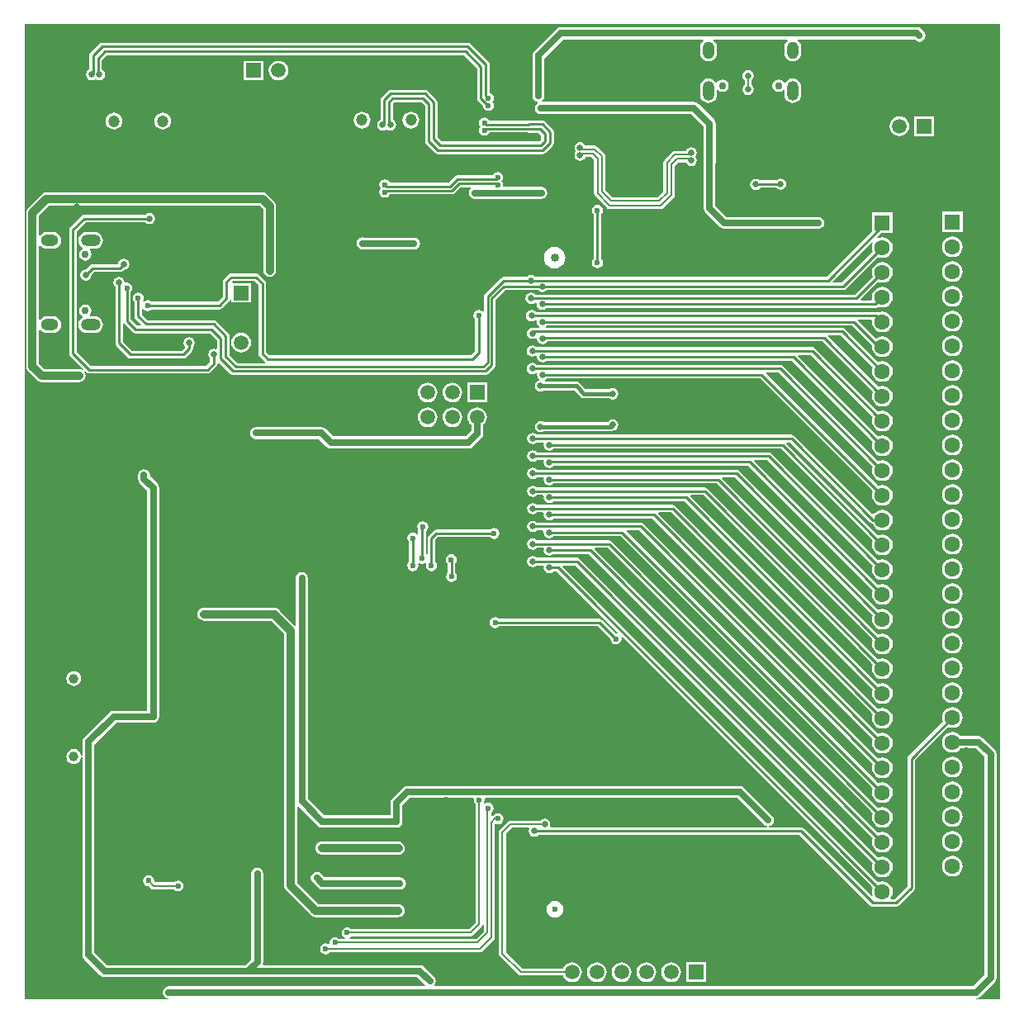
<source format=gbl>
G04*
G04 #@! TF.GenerationSoftware,Altium Limited,Altium Designer,21.1.1 (26)*
G04*
G04 Layer_Physical_Order=2*
G04 Layer_Color=16711680*
%FSLAX25Y25*%
%MOIN*%
G70*
G04*
G04 #@! TF.SameCoordinates,B5F5DE5B-2645-439E-AC59-352A346880EA*
G04*
G04*
G04 #@! TF.FilePolarity,Positive*
G04*
G01*
G75*
%ADD10C,0.01000*%
%ADD123C,0.02800*%
%ADD124C,0.00800*%
%ADD125C,0.03200*%
%ADD129C,0.02500*%
%ADD130C,0.01500*%
%ADD133R,0.05906X0.05906*%
%ADD134C,0.05906*%
%ADD135C,0.02500*%
%ADD136C,0.02953*%
%ADD137O,0.07087X0.04724*%
%ADD138O,0.07874X0.04724*%
%ADD139C,0.03937*%
%ADD140R,0.06299X0.06299*%
%ADD141C,0.06299*%
%ADD142O,0.04724X0.07087*%
%ADD143O,0.04724X0.07874*%
%ADD144R,0.05906X0.05906*%
%ADD145C,0.04724*%
%ADD146O,0.12989X0.05906*%
%ADD147O,0.10627X0.05906*%
%ADD148C,0.03347*%
%ADD149C,0.02362*%
%ADD150C,0.03500*%
G36*
X393700D02*
X384286D01*
X384236Y500D01*
X384936Y639D01*
X385730Y1170D01*
X391730Y7170D01*
X392261Y7964D01*
X392447Y8900D01*
Y99100D01*
X392261Y100036D01*
X391730Y100830D01*
X386930Y105630D01*
X386136Y106161D01*
X385200Y106347D01*
X377953D01*
X377559Y106860D01*
X376693Y107525D01*
X375683Y107943D01*
X374600Y108085D01*
X373517Y107943D01*
X372507Y107525D01*
X371640Y106860D01*
X370975Y105993D01*
X370557Y104983D01*
X370415Y103900D01*
X370557Y102817D01*
X370975Y101807D01*
X371640Y100941D01*
X372507Y100275D01*
X373517Y99857D01*
X374600Y99715D01*
X375683Y99857D01*
X376693Y100275D01*
X377559Y100941D01*
X377953Y101453D01*
X384186D01*
X387553Y98086D01*
Y9914D01*
X382986Y5347D01*
X165779D01*
X165549Y5847D01*
X165961Y6464D01*
X166147Y7400D01*
X165961Y8336D01*
X165430Y9130D01*
X161330Y13230D01*
X160536Y13761D01*
X159600Y13947D01*
X96605D01*
X96297Y14412D01*
X96297Y14447D01*
X96447Y15200D01*
Y50800D01*
X96261Y51736D01*
X95730Y52530D01*
X94936Y53061D01*
X94000Y53247D01*
X93064Y53061D01*
X92270Y52530D01*
X91739Y51736D01*
X91553Y50800D01*
Y16214D01*
X89286Y13947D01*
X33364D01*
X28247Y19064D01*
Y102986D01*
X37006Y111745D01*
X52008D01*
X52944Y111931D01*
X53738Y112462D01*
X54269Y113256D01*
X54455Y114192D01*
Y206608D01*
X54269Y207544D01*
X53738Y208338D01*
X50747Y211330D01*
Y211700D01*
X50561Y212636D01*
X50030Y213430D01*
X49236Y213961D01*
X48300Y214147D01*
X47364Y213961D01*
X46570Y213430D01*
X46039Y212636D01*
X45853Y211700D01*
Y210316D01*
X46039Y209380D01*
X46570Y208586D01*
X49561Y205594D01*
Y116639D01*
X35992D01*
X35056Y116453D01*
X34262Y115922D01*
X24070Y105730D01*
X23539Y104936D01*
X23353Y104000D01*
Y98445D01*
X22853Y98413D01*
X22792Y98875D01*
X22493Y99597D01*
X22017Y100217D01*
X21397Y100693D01*
X20675Y100992D01*
X19900Y101094D01*
X19125Y100992D01*
X18403Y100693D01*
X17783Y100217D01*
X17307Y99597D01*
X17008Y98875D01*
X16906Y98100D01*
X17008Y97325D01*
X17307Y96603D01*
X17783Y95983D01*
X18403Y95507D01*
X19125Y95208D01*
X19900Y95106D01*
X20675Y95208D01*
X21397Y95507D01*
X22017Y95983D01*
X22493Y96603D01*
X22792Y97325D01*
X22853Y97787D01*
X23353Y97755D01*
Y18050D01*
X23539Y17114D01*
X24070Y16320D01*
X30620Y9770D01*
X31414Y9239D01*
X32350Y9053D01*
X158586D01*
X161792Y5847D01*
X161585Y5347D01*
X58300D01*
X57364Y5161D01*
X56570Y4630D01*
X56039Y3836D01*
X55853Y2900D01*
X56039Y1964D01*
X56570Y1170D01*
X57364Y639D01*
X58064Y500D01*
X58014Y0D01*
X0D01*
Y393700D01*
X393700Y393701D01*
Y0D01*
D02*
G37*
%LPC*%
G36*
X360300Y392547D02*
X216600D01*
X215664Y392361D01*
X214870Y391830D01*
X205770Y382730D01*
X205239Y381936D01*
X205053Y381000D01*
Y364900D01*
X205239Y363964D01*
X205770Y363170D01*
X206564Y362639D01*
X207192Y362514D01*
X207298Y361983D01*
X206770Y361630D01*
X206239Y360836D01*
X206053Y359900D01*
X206239Y358964D01*
X206770Y358170D01*
X207564Y357639D01*
X208500Y357453D01*
X269286D01*
X274153Y352586D01*
Y337800D01*
X274306Y337031D01*
Y319400D01*
X274481Y318522D01*
X274978Y317778D01*
X280778Y311978D01*
X281522Y311480D01*
X282400Y311306D01*
X320097D01*
X320600Y311206D01*
X321478Y311381D01*
X322222Y311878D01*
X322720Y312622D01*
X322894Y313500D01*
X322720Y314378D01*
X322222Y315122D01*
X322122Y315222D01*
X321378Y315720D01*
X320500Y315894D01*
X283350D01*
X278894Y320350D01*
Y337031D01*
X279047Y337800D01*
Y353600D01*
X278861Y354536D01*
X278330Y355330D01*
X272030Y361630D01*
X271236Y362161D01*
X270300Y362347D01*
X208899D01*
X208747Y362847D01*
X209230Y363170D01*
X209761Y363964D01*
X209947Y364900D01*
Y379986D01*
X217614Y387653D01*
X273874D01*
X274044Y387153D01*
X273687Y386879D01*
X273148Y386176D01*
X272809Y385359D01*
X272693Y384481D01*
Y382119D01*
X272809Y381241D01*
X273148Y380423D01*
X273687Y379721D01*
X274389Y379182D01*
X275207Y378843D01*
X276084Y378728D01*
X276962Y378843D01*
X277780Y379182D01*
X278482Y379721D01*
X279021Y380423D01*
X279360Y381241D01*
X279476Y382119D01*
Y384481D01*
X279360Y385359D01*
X279021Y386176D01*
X278482Y386879D01*
X278125Y387153D01*
X278295Y387653D01*
X307889D01*
X308059Y387153D01*
X307702Y386879D01*
X307163Y386177D01*
X306824Y385359D01*
X306709Y384481D01*
Y382119D01*
X306824Y381241D01*
X307163Y380423D01*
X307702Y379721D01*
X308404Y379182D01*
X309222Y378843D01*
X310100Y378728D01*
X310978Y378843D01*
X311796Y379182D01*
X312498Y379721D01*
X313037Y380423D01*
X313376Y381241D01*
X313491Y382119D01*
Y384481D01*
X313376Y385359D01*
X313037Y386177D01*
X312498Y386879D01*
X312141Y387153D01*
X312311Y387653D01*
X359286D01*
X359570Y387370D01*
X360364Y386839D01*
X361300Y386653D01*
X362236Y386839D01*
X363030Y387370D01*
X363561Y388164D01*
X363747Y389100D01*
X363561Y390036D01*
X363030Y390830D01*
X362030Y391830D01*
X361236Y392361D01*
X361081Y392392D01*
X360300Y392547D01*
D02*
G37*
G36*
X96553Y378953D02*
X88647D01*
Y371047D01*
X96553D01*
Y378953D01*
D02*
G37*
G36*
X102600Y378987D02*
X101568Y378851D01*
X100607Y378453D01*
X99781Y377819D01*
X99147Y376993D01*
X98749Y376032D01*
X98613Y375000D01*
X98749Y373968D01*
X99147Y373007D01*
X99781Y372181D01*
X100607Y371547D01*
X101568Y371149D01*
X102600Y371013D01*
X103632Y371149D01*
X104593Y371547D01*
X105419Y372181D01*
X106053Y373007D01*
X106451Y373968D01*
X106587Y375000D01*
X106451Y376032D01*
X106053Y376993D01*
X105419Y377819D01*
X104593Y378453D01*
X103632Y378851D01*
X102600Y378987D01*
D02*
G37*
G36*
X310100Y371809D02*
X309222Y371694D01*
X308404Y371355D01*
X307702Y370816D01*
X307214Y370181D01*
X306923Y370129D01*
X306635Y370147D01*
X306256Y370715D01*
X305436Y371263D01*
X304470Y371455D01*
X303504Y371263D01*
X302685Y370715D01*
X302137Y369896D01*
X301945Y368930D01*
X302137Y367964D01*
X302685Y367145D01*
X303504Y366597D01*
X304470Y366405D01*
X305436Y366597D01*
X306208Y367113D01*
X306708Y366991D01*
Y365268D01*
X306824Y364391D01*
X307163Y363573D01*
X307702Y362870D01*
X308404Y362332D01*
X309222Y361993D01*
X310100Y361877D01*
X310977Y361993D01*
X311795Y362332D01*
X312498Y362870D01*
X313036Y363573D01*
X313375Y364391D01*
X313491Y365268D01*
Y368418D01*
X313375Y369296D01*
X313036Y370113D01*
X312498Y370816D01*
X311795Y371355D01*
X310977Y371694D01*
X310100Y371809D01*
D02*
G37*
G36*
X276084Y371810D02*
X275206Y371694D01*
X274389Y371355D01*
X273686Y370816D01*
X273147Y370114D01*
X272808Y369296D01*
X272693Y368418D01*
Y365269D01*
X272808Y364391D01*
X273147Y363573D01*
X273686Y362871D01*
X274389Y362332D01*
X275206Y361993D01*
X276084Y361877D01*
X276962Y361993D01*
X277780Y362332D01*
X278482Y362871D01*
X279021Y363573D01*
X279360Y364391D01*
X279475Y365269D01*
Y366992D01*
X279975Y367114D01*
X280748Y366597D01*
X281714Y366405D01*
X282681Y366597D01*
X283500Y367145D01*
X284047Y367964D01*
X284239Y368930D01*
X284047Y369896D01*
X283500Y370715D01*
X282681Y371263D01*
X281714Y371455D01*
X280748Y371263D01*
X279929Y370715D01*
X279549Y370146D01*
X279259Y370129D01*
X278970Y370180D01*
X278482Y370816D01*
X277780Y371355D01*
X276962Y371694D01*
X276084Y371810D01*
D02*
G37*
G36*
X292092Y375186D02*
X291214Y375012D01*
X290470Y374514D01*
X289973Y373770D01*
X289798Y372892D01*
X289973Y372014D01*
X290470Y371270D01*
X290681Y371129D01*
Y369161D01*
X290486Y369030D01*
X289989Y368286D01*
X289814Y367408D01*
X289989Y366530D01*
X290486Y365786D01*
X291230Y365289D01*
X292108Y365114D01*
X292986Y365289D01*
X293730Y365786D01*
X294228Y366530D01*
X294402Y367408D01*
X294228Y368286D01*
X293730Y369030D01*
X293536Y369161D01*
Y371151D01*
X293714Y371270D01*
X294212Y372014D01*
X294386Y372892D01*
X294212Y373770D01*
X293714Y374514D01*
X292970Y375012D01*
X292092Y375186D01*
D02*
G37*
G36*
X178928Y386229D02*
X31400D01*
X30815Y386113D01*
X30319Y385781D01*
X26619Y382081D01*
X26287Y381585D01*
X26171Y381000D01*
Y375452D01*
X25528Y375022D01*
X25030Y374278D01*
X24856Y373400D01*
X25030Y372522D01*
X25528Y371778D01*
X26272Y371281D01*
X27150Y371106D01*
X28028Y371281D01*
X28700Y371730D01*
X29372Y371281D01*
X30250Y371106D01*
X31128Y371281D01*
X31872Y371778D01*
X32370Y372522D01*
X32544Y373400D01*
X32370Y374278D01*
X31872Y375022D01*
X31229Y375452D01*
Y379167D01*
X33233Y381171D01*
X177466D01*
X182771Y375867D01*
Y363655D01*
X182887Y363070D01*
X183219Y362574D01*
X185126Y360666D01*
X185246Y360068D01*
X185728Y359346D01*
X186449Y358864D01*
X187300Y358695D01*
X188151Y358864D01*
X188873Y359346D01*
X189355Y360068D01*
X189524Y360919D01*
X189355Y361770D01*
X188934Y362400D01*
X189355Y363030D01*
X189524Y363881D01*
X189355Y364732D01*
X188873Y365454D01*
X188151Y365936D01*
X187829Y366000D01*
Y377328D01*
X187713Y377914D01*
X187381Y378410D01*
X180010Y385781D01*
X179514Y386113D01*
X178928Y386229D01*
D02*
G37*
G36*
X156000Y358391D02*
X155122Y358276D01*
X154304Y357937D01*
X153602Y357398D01*
X153063Y356696D01*
X152724Y355878D01*
X152609Y355000D01*
X152724Y354122D01*
X153063Y353304D01*
X153602Y352602D01*
X154304Y352063D01*
X155122Y351724D01*
X156000Y351609D01*
X156878Y351724D01*
X157696Y352063D01*
X158398Y352602D01*
X158937Y353304D01*
X159276Y354122D01*
X159391Y355000D01*
X159276Y355878D01*
X158937Y356696D01*
X158398Y357398D01*
X157696Y357937D01*
X156878Y358276D01*
X156000Y358391D01*
D02*
G37*
G36*
X136315D02*
X135437Y358276D01*
X134619Y357937D01*
X133917Y357398D01*
X133378Y356696D01*
X133039Y355878D01*
X132924Y355000D01*
X133039Y354122D01*
X133378Y353304D01*
X133917Y352602D01*
X134619Y352063D01*
X135437Y351724D01*
X136315Y351609D01*
X137193Y351724D01*
X138011Y352063D01*
X138713Y352602D01*
X139252Y353304D01*
X139591Y354122D01*
X139706Y355000D01*
X139591Y355878D01*
X139252Y356696D01*
X138713Y357398D01*
X138011Y357937D01*
X137193Y358276D01*
X136315Y358391D01*
D02*
G37*
G36*
X55900Y357991D02*
X55022Y357876D01*
X54204Y357537D01*
X53502Y356998D01*
X52963Y356296D01*
X52624Y355478D01*
X52509Y354600D01*
X52624Y353722D01*
X52963Y352904D01*
X53502Y352202D01*
X54204Y351663D01*
X55022Y351324D01*
X55900Y351209D01*
X56778Y351324D01*
X57596Y351663D01*
X58298Y352202D01*
X58837Y352904D01*
X59176Y353722D01*
X59291Y354600D01*
X59176Y355478D01*
X58837Y356296D01*
X58298Y356998D01*
X57596Y357537D01*
X56778Y357876D01*
X55900Y357991D01*
D02*
G37*
G36*
X36215D02*
X35337Y357876D01*
X34519Y357537D01*
X33817Y356998D01*
X33278Y356296D01*
X32939Y355478D01*
X32824Y354600D01*
X32939Y353722D01*
X33278Y352904D01*
X33817Y352202D01*
X34519Y351663D01*
X35337Y351324D01*
X36215Y351209D01*
X37093Y351324D01*
X37911Y351663D01*
X38613Y352202D01*
X39152Y352904D01*
X39491Y353722D01*
X39606Y354600D01*
X39491Y355478D01*
X39152Y356296D01*
X38613Y356998D01*
X37911Y357537D01*
X37093Y357876D01*
X36215Y357991D01*
D02*
G37*
G36*
X367153Y356553D02*
X359247D01*
Y348647D01*
X367153D01*
Y356553D01*
D02*
G37*
G36*
X353200Y356587D02*
X352168Y356451D01*
X351207Y356053D01*
X350381Y355419D01*
X349747Y354593D01*
X349349Y353632D01*
X349213Y352600D01*
X349349Y351568D01*
X349747Y350607D01*
X350381Y349781D01*
X351207Y349147D01*
X352168Y348749D01*
X353200Y348613D01*
X354232Y348749D01*
X355193Y349147D01*
X356019Y349781D01*
X356653Y350607D01*
X357051Y351568D01*
X357187Y352600D01*
X357051Y353632D01*
X356653Y354593D01*
X356019Y355419D01*
X355193Y356053D01*
X354232Y356451D01*
X353200Y356587D01*
D02*
G37*
G36*
X161728Y367229D02*
X147772D01*
X147186Y367113D01*
X146690Y366781D01*
X144119Y364210D01*
X143787Y363714D01*
X143671Y363128D01*
Y355152D01*
X143028Y354722D01*
X142531Y353978D01*
X142356Y353100D01*
X142531Y352222D01*
X143028Y351478D01*
X143772Y350980D01*
X144650Y350806D01*
X145528Y350980D01*
X146200Y351430D01*
X146872Y350980D01*
X147750Y350806D01*
X148628Y350980D01*
X149372Y351478D01*
X149870Y352222D01*
X150044Y353100D01*
X149870Y353978D01*
X149372Y354722D01*
X148729Y355152D01*
Y361666D01*
X149233Y362171D01*
X160266D01*
X161671Y360767D01*
Y346572D01*
X161787Y345986D01*
X162119Y345490D01*
X165890Y341719D01*
X166386Y341387D01*
X166972Y341271D01*
X209302D01*
X209887Y341387D01*
X210383Y341719D01*
X213255Y344590D01*
X213586Y345086D01*
X213703Y345672D01*
Y350255D01*
X213586Y350840D01*
X213255Y351337D01*
X210110Y354481D01*
X209614Y354813D01*
X209028Y354929D01*
X203750D01*
X203165Y354813D01*
X203115Y354779D01*
X187723D01*
X187273Y355454D01*
X186551Y355936D01*
X185700Y356105D01*
X184849Y355936D01*
X184127Y355454D01*
X183645Y354732D01*
X183476Y353881D01*
X183645Y353030D01*
X184066Y352400D01*
X183645Y351770D01*
X183476Y350919D01*
X183645Y350068D01*
X184127Y349346D01*
X184849Y348864D01*
X185700Y348695D01*
X186551Y348864D01*
X187273Y349346D01*
X187723Y350021D01*
X203115D01*
X203165Y349987D01*
X203750Y349871D01*
X207566D01*
X208644Y348793D01*
Y347133D01*
X207840Y346329D01*
X168433D01*
X166729Y348033D01*
Y362228D01*
X166613Y362814D01*
X166281Y363310D01*
X162810Y366781D01*
X162314Y367113D01*
X161728Y367229D01*
D02*
G37*
G36*
X224300Y346244D02*
X223422Y346070D01*
X222678Y345572D01*
X222181Y344828D01*
X222006Y343950D01*
X222181Y343072D01*
X222630Y342400D01*
X222181Y341728D01*
X222006Y340850D01*
X222181Y339972D01*
X222678Y339228D01*
X223422Y338731D01*
X224300Y338556D01*
X225178Y338731D01*
X225922Y339228D01*
X226419Y339972D01*
X226439Y340073D01*
X228909D01*
X229973Y339009D01*
Y325355D01*
X229973Y325354D01*
X230081Y324808D01*
X230391Y324345D01*
X235145Y319591D01*
X235145Y319591D01*
X235608Y319281D01*
X236154Y319173D01*
X236155Y319173D01*
X256945D01*
X256946Y319173D01*
X257492Y319281D01*
X257955Y319591D01*
X262209Y323845D01*
X262209Y323845D01*
X262519Y324308D01*
X262627Y324854D01*
X262627Y324854D01*
Y336609D01*
X263991Y337973D01*
X267061D01*
X267080Y337872D01*
X267578Y337128D01*
X268322Y336631D01*
X269200Y336456D01*
X270078Y336631D01*
X270822Y337128D01*
X271320Y337872D01*
X271494Y338750D01*
X271320Y339628D01*
X270870Y340300D01*
X271320Y340972D01*
X271494Y341850D01*
X271320Y342728D01*
X270822Y343472D01*
X270078Y343969D01*
X269200Y344144D01*
X268322Y343969D01*
X267578Y343472D01*
X267080Y342728D01*
X267061Y342627D01*
X262654D01*
X262108Y342519D01*
X261645Y342209D01*
X261645Y342209D01*
X258391Y338955D01*
X258081Y338492D01*
X257973Y337946D01*
X257973Y337946D01*
Y326191D01*
X255609Y323827D01*
X237491D01*
X234627Y326691D01*
Y340400D01*
X234627Y340400D01*
X234519Y340946D01*
X234209Y341409D01*
X234209Y341409D01*
X231309Y344309D01*
X230846Y344619D01*
X230300Y344727D01*
X230300Y344727D01*
X226439D01*
X226419Y344828D01*
X225922Y345572D01*
X225178Y346070D01*
X224300Y346244D01*
D02*
G37*
G36*
X305300Y331494D02*
X304422Y331319D01*
X303678Y330822D01*
X303616Y330729D01*
X296662D01*
X296078Y331119D01*
X295200Y331294D01*
X294322Y331119D01*
X293578Y330622D01*
X293080Y329878D01*
X292906Y329000D01*
X293080Y328122D01*
X293578Y327378D01*
X294322Y326881D01*
X295200Y326706D01*
X296078Y326881D01*
X296822Y327378D01*
X297018Y327671D01*
X303616D01*
X303678Y327578D01*
X304422Y327080D01*
X305300Y326906D01*
X306178Y327080D01*
X306922Y327578D01*
X307419Y328322D01*
X307594Y329200D01*
X307419Y330078D01*
X306922Y330822D01*
X306178Y331319D01*
X305300Y331494D01*
D02*
G37*
G36*
X191000Y334055D02*
X190149Y333886D01*
X189427Y333404D01*
X188977Y332729D01*
X174696D01*
X174111Y332613D01*
X173614Y332281D01*
X171162Y329829D01*
X147523D01*
X147073Y330504D01*
X146351Y330986D01*
X145500Y331155D01*
X144649Y330986D01*
X143928Y330504D01*
X143446Y329782D01*
X143276Y328931D01*
X143446Y328080D01*
X143867Y327450D01*
X143446Y326820D01*
X143276Y325969D01*
X143446Y325118D01*
X143928Y324396D01*
X144649Y323914D01*
X145500Y323745D01*
X146351Y323914D01*
X147073Y324396D01*
X147523Y325071D01*
X172500D01*
X173085Y325187D01*
X173581Y325519D01*
X176033Y327971D01*
X180128D01*
X180280Y327471D01*
X180070Y327330D01*
X179539Y326536D01*
X179353Y325600D01*
X179539Y324664D01*
X180070Y323870D01*
X180864Y323339D01*
X181800Y323153D01*
X208687D01*
X209623Y323339D01*
X210417Y323870D01*
X210947Y324664D01*
X211134Y325600D01*
X210947Y326536D01*
X210417Y327330D01*
X209623Y327861D01*
X208687Y328047D01*
X193454D01*
X193137Y328433D01*
X193224Y328869D01*
X193054Y329720D01*
X192633Y330350D01*
X193054Y330980D01*
X193224Y331831D01*
X193054Y332682D01*
X192572Y333404D01*
X191851Y333886D01*
X191000Y334055D01*
D02*
G37*
G36*
X96100Y325822D02*
X96100Y325822D01*
X8900D01*
X8900Y325822D01*
X8221Y325733D01*
X7589Y325471D01*
X7046Y325054D01*
X7046Y325054D01*
X1446Y319454D01*
X1029Y318911D01*
X767Y318279D01*
X678Y317600D01*
X678Y317600D01*
Y255600D01*
X678Y255600D01*
X767Y254921D01*
X1029Y254289D01*
X1446Y253746D01*
X5146Y250046D01*
X5146Y250046D01*
X5689Y249629D01*
X6321Y249367D01*
X7000Y249278D01*
X7000Y249278D01*
X22100D01*
X22779Y249367D01*
X23411Y249629D01*
X23954Y250046D01*
X24371Y250589D01*
X24633Y251221D01*
X24722Y251900D01*
X24633Y252579D01*
X24371Y253211D01*
X24214Y253416D01*
X24591Y253747D01*
X25119Y253219D01*
X25615Y252887D01*
X26200Y252771D01*
X74000D01*
X74585Y252887D01*
X75081Y253219D01*
X77581Y255719D01*
X77913Y256215D01*
X78029Y256800D01*
Y257101D01*
X78529Y257308D01*
X83219Y252619D01*
X83715Y252287D01*
X84300Y252171D01*
X186000D01*
X186585Y252287D01*
X187081Y252619D01*
X189681Y255219D01*
X190013Y255715D01*
X190129Y256300D01*
Y282467D01*
X193992Y286329D01*
X207344D01*
X207378Y286278D01*
X208122Y285781D01*
X209000Y285606D01*
X209878Y285781D01*
X210622Y286278D01*
X210684Y286371D01*
X330600D01*
X331185Y286487D01*
X331681Y286819D01*
X344653Y299791D01*
X345217Y299557D01*
X346300Y299415D01*
X347383Y299557D01*
X348393Y299975D01*
X349259Y300641D01*
X349925Y301507D01*
X350343Y302517D01*
X350485Y303600D01*
X350343Y304683D01*
X349925Y305693D01*
X349259Y306559D01*
X348393Y307225D01*
X347383Y307643D01*
X346300Y307785D01*
X345217Y307643D01*
X344356Y307286D01*
X344073Y307710D01*
X345813Y309450D01*
X350450D01*
Y317750D01*
X342150D01*
Y310113D01*
X323816Y291779D01*
X206257D01*
X206222Y291831D01*
X205478Y292328D01*
X204600Y292503D01*
X203722Y292328D01*
X202978Y291831D01*
X202916Y291738D01*
X193446D01*
X192861Y291622D01*
X192365Y291290D01*
X185919Y284844D01*
X185587Y284348D01*
X185471Y283763D01*
Y277827D01*
X184973Y277673D01*
X184251Y278155D01*
X183400Y278324D01*
X182549Y278155D01*
X181827Y277673D01*
X181345Y276951D01*
X181176Y276100D01*
X181345Y275249D01*
X181827Y274528D01*
X181871Y274499D01*
Y261933D01*
X180067Y260129D01*
X98734D01*
X97529Y261333D01*
Y289000D01*
X97413Y289585D01*
X97081Y290081D01*
X94481Y292681D01*
X93985Y293013D01*
X93400Y293129D01*
X83500D01*
X82915Y293013D01*
X82419Y292681D01*
X80519Y290781D01*
X80187Y290285D01*
X80071Y289700D01*
Y283734D01*
X78048Y281711D01*
X51383D01*
X51354Y281754D01*
X50633Y282236D01*
X49782Y282405D01*
X48930Y282236D01*
X48338Y281840D01*
X47884Y281915D01*
X47757Y281978D01*
X47754Y281987D01*
X47997Y282349D01*
X48166Y283200D01*
X47997Y284051D01*
X47514Y284772D01*
X46793Y285255D01*
X45942Y285424D01*
X45091Y285255D01*
X44369Y284772D01*
X43887Y284051D01*
X43718Y283200D01*
X43887Y282349D01*
X44369Y281627D01*
X44412Y281599D01*
Y275758D01*
X44529Y275173D01*
X44861Y274677D01*
X47046Y272491D01*
X46854Y272029D01*
X45434D01*
X42913Y274550D01*
Y285583D01*
X42957Y285612D01*
X43439Y286333D01*
X43608Y287184D01*
X43439Y288035D01*
X42957Y288756D01*
X42235Y289239D01*
X41384Y289408D01*
X40979Y289327D01*
X40499Y289399D01*
X40436Y289690D01*
X40319Y290278D01*
X39822Y291022D01*
X39078Y291519D01*
X38200Y291694D01*
X37322Y291519D01*
X36578Y291022D01*
X36081Y290278D01*
X35906Y289400D01*
X36081Y288522D01*
X36578Y287778D01*
X36671Y287716D01*
Y265000D01*
X36787Y264415D01*
X37119Y263919D01*
X41719Y259319D01*
X42215Y258987D01*
X42800Y258871D01*
X64200D01*
X64785Y258987D01*
X65281Y259319D01*
X67581Y261619D01*
X67913Y262115D01*
X68029Y262700D01*
Y263416D01*
X68122Y263478D01*
X68619Y264222D01*
X68794Y265100D01*
X68619Y265978D01*
X68122Y266722D01*
X67378Y267219D01*
X66500Y267394D01*
X65622Y267219D01*
X64878Y266722D01*
X64381Y265978D01*
X64206Y265100D01*
X64381Y264222D01*
X64878Y263478D01*
X64660Y263022D01*
X63566Y261929D01*
X43433D01*
X39729Y265634D01*
Y272792D01*
X40229Y272944D01*
X40303Y272835D01*
X43719Y269419D01*
X44215Y269087D01*
X44800Y268971D01*
X74967D01*
X77671Y266266D01*
Y262879D01*
X77171Y262561D01*
X76500Y262694D01*
X75622Y262520D01*
X74878Y262022D01*
X74381Y261278D01*
X74206Y260400D01*
X74381Y259522D01*
X74878Y258778D01*
X74971Y258716D01*
Y257434D01*
X73366Y255829D01*
X26834D01*
X21129Y261533D01*
Y310067D01*
X24834Y313771D01*
X48816D01*
X48878Y313678D01*
X49622Y313180D01*
X50500Y313006D01*
X51378Y313180D01*
X52122Y313678D01*
X52619Y314422D01*
X52794Y315300D01*
X52619Y316178D01*
X52122Y316922D01*
X51378Y317420D01*
X50500Y317594D01*
X49622Y317420D01*
X48878Y316922D01*
X48816Y316829D01*
X24200D01*
X23615Y316713D01*
X23119Y316381D01*
X18519Y311781D01*
X18187Y311285D01*
X18071Y310700D01*
Y260900D01*
X18187Y260315D01*
X18519Y259819D01*
X23947Y254391D01*
X23616Y254014D01*
X23411Y254171D01*
X22779Y254433D01*
X22100Y254522D01*
X8086D01*
X5922Y256686D01*
Y270173D01*
X6422Y270342D01*
X6690Y269994D01*
X7392Y269455D01*
X8210Y269116D01*
X9088Y269001D01*
X11450D01*
X12327Y269116D01*
X13145Y269455D01*
X13848Y269994D01*
X14387Y270697D01*
X14726Y271515D01*
X14841Y272392D01*
X14726Y273270D01*
X14387Y274088D01*
X13848Y274790D01*
X13145Y275329D01*
X12327Y275668D01*
X11450Y275783D01*
X9088D01*
X8210Y275668D01*
X7392Y275329D01*
X6690Y274790D01*
X6422Y274442D01*
X5922Y274612D01*
Y304188D01*
X6422Y304358D01*
X6689Y304010D01*
X7392Y303471D01*
X8209Y303132D01*
X9087Y303017D01*
X11449D01*
X12327Y303132D01*
X13145Y303471D01*
X13847Y304010D01*
X14386Y304712D01*
X14725Y305530D01*
X14841Y306408D01*
X14725Y307285D01*
X14386Y308103D01*
X13847Y308806D01*
X13145Y309345D01*
X12327Y309683D01*
X11449Y309799D01*
X9087D01*
X8209Y309683D01*
X7392Y309345D01*
X6689Y308806D01*
X6422Y308458D01*
X5922Y308628D01*
Y316514D01*
X9986Y320578D01*
X95014D01*
X96378Y319214D01*
Y294300D01*
X96467Y293621D01*
X96729Y292989D01*
X97146Y292446D01*
X97689Y292029D01*
X98321Y291767D01*
X99000Y291678D01*
X99679Y291767D01*
X100311Y292029D01*
X100854Y292446D01*
X101271Y292989D01*
X101533Y293621D01*
X101622Y294300D01*
Y320300D01*
X101622Y320300D01*
X101533Y320979D01*
X101271Y321611D01*
X100854Y322154D01*
X100854Y322154D01*
X97954Y325054D01*
X97411Y325471D01*
X96779Y325733D01*
X96100Y325822D01*
D02*
G37*
G36*
X378750Y318050D02*
X370450D01*
Y309750D01*
X378750D01*
Y318050D01*
D02*
G37*
G36*
X136500Y307747D02*
X135564Y307561D01*
X134770Y307030D01*
X134239Y306236D01*
X134053Y305300D01*
X134239Y304364D01*
X134770Y303570D01*
X134870Y303470D01*
X135664Y302939D01*
X136600Y302753D01*
X157300D01*
X158236Y302939D01*
X159030Y303470D01*
X159561Y304264D01*
X159747Y305200D01*
X159561Y306136D01*
X159030Y306930D01*
X158236Y307461D01*
X157300Y307647D01*
X137003D01*
X136500Y307747D01*
D02*
G37*
G36*
X374600Y308085D02*
X373517Y307943D01*
X372507Y307525D01*
X371640Y306859D01*
X370975Y305993D01*
X370557Y304983D01*
X370415Y303900D01*
X370557Y302817D01*
X370975Y301807D01*
X371640Y300940D01*
X372507Y300275D01*
X373517Y299857D01*
X374600Y299715D01*
X375683Y299857D01*
X376693Y300275D01*
X377559Y300940D01*
X378225Y301807D01*
X378643Y302817D01*
X378785Y303900D01*
X378643Y304983D01*
X378225Y305993D01*
X377559Y306859D01*
X376693Y307525D01*
X375683Y307943D01*
X374600Y308085D01*
D02*
G37*
G36*
X28300Y309799D02*
X25151D01*
X24273Y309683D01*
X23455Y309344D01*
X22753Y308805D01*
X22214Y308103D01*
X21875Y307285D01*
X21759Y306407D01*
X21875Y305530D01*
X22214Y304712D01*
X22753Y304010D01*
X23388Y303522D01*
X23440Y303231D01*
X23422Y302943D01*
X22853Y302563D01*
X22306Y301744D01*
X22114Y300778D01*
X22306Y299812D01*
X22853Y298993D01*
X23672Y298445D01*
X24638Y298253D01*
X25605Y298445D01*
X26424Y298993D01*
X26971Y299812D01*
X27163Y300778D01*
X26971Y301744D01*
X26455Y302516D01*
X26578Y303016D01*
X28300D01*
X29178Y303132D01*
X29996Y303471D01*
X30698Y304010D01*
X31237Y304712D01*
X31576Y305530D01*
X31691Y306407D01*
X31576Y307285D01*
X31237Y308103D01*
X30698Y308805D01*
X29996Y309344D01*
X29178Y309683D01*
X28300Y309799D01*
D02*
G37*
G36*
X231300Y320824D02*
X230449Y320655D01*
X229728Y320173D01*
X229245Y319451D01*
X229076Y318600D01*
X229245Y317749D01*
X229728Y317027D01*
X229771Y316999D01*
Y299101D01*
X229728Y299073D01*
X229245Y298351D01*
X229076Y297500D01*
X229245Y296649D01*
X229728Y295928D01*
X230449Y295445D01*
X231300Y295276D01*
X232151Y295445D01*
X232873Y295928D01*
X233355Y296649D01*
X233524Y297500D01*
X233355Y298351D01*
X232873Y299073D01*
X232829Y299101D01*
Y316999D01*
X232873Y317027D01*
X233355Y317749D01*
X233524Y318600D01*
X233355Y319451D01*
X232873Y320173D01*
X232151Y320655D01*
X231300Y320824D01*
D02*
G37*
G36*
X214058Y303845D02*
X212924Y303695D01*
X211866Y303257D01*
X210958Y302561D01*
X210262Y301653D01*
X209824Y300595D01*
X209674Y299461D01*
X209824Y298326D01*
X210262Y297269D01*
X210958Y296361D01*
X211866Y295664D01*
X212924Y295226D01*
X214058Y295077D01*
X215193Y295226D01*
X216250Y295664D01*
X217158Y296361D01*
X217855Y297269D01*
X218293Y298326D01*
X218442Y299461D01*
X218293Y300595D01*
X217855Y301653D01*
X217158Y302561D01*
X216250Y303257D01*
X215193Y303695D01*
X214058Y303845D01*
D02*
G37*
G36*
X40100Y299094D02*
X39222Y298920D01*
X38478Y298422D01*
X37980Y297678D01*
X37812Y296829D01*
X27600D01*
X27015Y296713D01*
X26519Y296381D01*
X24909Y294772D01*
X24800Y294794D01*
X23922Y294619D01*
X23178Y294122D01*
X22681Y293378D01*
X22506Y292500D01*
X22681Y291622D01*
X23178Y290878D01*
X23922Y290381D01*
X24800Y290206D01*
X25678Y290381D01*
X26422Y290878D01*
X26919Y291622D01*
X27094Y292500D01*
X27072Y292609D01*
X28234Y293771D01*
X38600D01*
X39185Y293887D01*
X39681Y294219D01*
X39991Y294528D01*
X40100Y294506D01*
X40978Y294681D01*
X41722Y295178D01*
X42219Y295922D01*
X42394Y296800D01*
X42219Y297678D01*
X41722Y298422D01*
X40978Y298920D01*
X40100Y299094D01*
D02*
G37*
G36*
X374600Y298085D02*
X373517Y297943D01*
X372507Y297525D01*
X371640Y296860D01*
X370975Y295993D01*
X370557Y294983D01*
X370415Y293900D01*
X370557Y292817D01*
X370975Y291807D01*
X371640Y290940D01*
X372507Y290275D01*
X373517Y289857D01*
X374600Y289715D01*
X375683Y289857D01*
X376693Y290275D01*
X377559Y290940D01*
X378225Y291807D01*
X378643Y292817D01*
X378785Y293900D01*
X378643Y294983D01*
X378225Y295993D01*
X377559Y296860D01*
X376693Y297525D01*
X375683Y297943D01*
X374600Y298085D01*
D02*
G37*
G36*
X346300Y297785D02*
X345217Y297643D01*
X344207Y297225D01*
X343340Y296560D01*
X342675Y295693D01*
X342257Y294683D01*
X342115Y293600D01*
X342257Y292517D01*
X342491Y291953D01*
X335167Y284629D01*
X206284D01*
X206222Y284722D01*
X205478Y285220D01*
X204600Y285394D01*
X203722Y285220D01*
X202978Y284722D01*
X202481Y283978D01*
X202306Y283100D01*
X202481Y282222D01*
X202978Y281478D01*
X203722Y280980D01*
X204600Y280806D01*
X205478Y280980D01*
X206222Y281478D01*
X206651Y281220D01*
X206774Y281071D01*
X206696Y280678D01*
X206871Y279800D01*
X207368Y279055D01*
X208112Y278558D01*
X208990Y278383D01*
X209868Y278558D01*
X210612Y279055D01*
X210674Y279148D01*
X343378D01*
X343963Y279265D01*
X344459Y279596D01*
X344653Y279790D01*
X345217Y279557D01*
X346300Y279415D01*
X347383Y279557D01*
X348393Y279975D01*
X349259Y280641D01*
X349925Y281507D01*
X350343Y282517D01*
X350485Y283600D01*
X350343Y284683D01*
X349925Y285693D01*
X349259Y286560D01*
X348393Y287225D01*
X347383Y287643D01*
X346300Y287785D01*
X345217Y287643D01*
X344207Y287225D01*
X343340Y286560D01*
X342675Y285693D01*
X342257Y284683D01*
X342115Y283600D01*
X342232Y282707D01*
X341903Y282207D01*
X337723D01*
X337532Y282669D01*
X344653Y289791D01*
X345217Y289557D01*
X346300Y289415D01*
X347383Y289557D01*
X348393Y289975D01*
X349259Y290640D01*
X349925Y291507D01*
X350343Y292517D01*
X350485Y293600D01*
X350343Y294683D01*
X349925Y295693D01*
X349259Y296560D01*
X348393Y297225D01*
X347383Y297643D01*
X346300Y297785D01*
D02*
G37*
G36*
X374600Y288085D02*
X373517Y287943D01*
X372507Y287525D01*
X371640Y286859D01*
X370975Y285993D01*
X370557Y284983D01*
X370415Y283900D01*
X370557Y282817D01*
X370975Y281807D01*
X371640Y280941D01*
X372507Y280275D01*
X373517Y279857D01*
X374600Y279715D01*
X375683Y279857D01*
X376693Y280275D01*
X377559Y280941D01*
X378225Y281807D01*
X378643Y282817D01*
X378785Y283900D01*
X378643Y284983D01*
X378225Y285993D01*
X377559Y286859D01*
X376693Y287525D01*
X375683Y287943D01*
X374600Y288085D01*
D02*
G37*
G36*
Y278085D02*
X373517Y277943D01*
X372507Y277525D01*
X371640Y276859D01*
X370975Y275993D01*
X370557Y274983D01*
X370415Y273900D01*
X370557Y272817D01*
X370975Y271807D01*
X371640Y270940D01*
X372507Y270275D01*
X373517Y269857D01*
X374600Y269715D01*
X375683Y269857D01*
X376693Y270275D01*
X377559Y270940D01*
X378225Y271807D01*
X378643Y272817D01*
X378785Y273900D01*
X378643Y274983D01*
X378225Y275993D01*
X377559Y276859D01*
X376693Y277525D01*
X375683Y277943D01*
X374600Y278085D01*
D02*
G37*
G36*
X204700Y278394D02*
X203822Y278220D01*
X203078Y277722D01*
X202580Y276978D01*
X202406Y276100D01*
X202580Y275222D01*
X203078Y274478D01*
X203822Y273980D01*
X204700Y273806D01*
X205578Y273980D01*
X206322Y274478D01*
X206763Y274237D01*
X206899Y274071D01*
X206806Y273600D01*
X206980Y272722D01*
X207478Y271978D01*
X207850Y271729D01*
X207698Y271229D01*
X205600D01*
X205334Y271177D01*
X205000Y271243D01*
X204122Y271068D01*
X203378Y270571D01*
X202881Y269827D01*
X202706Y268949D01*
X202881Y268071D01*
X203378Y267327D01*
X204122Y266829D01*
X205000Y266655D01*
X205878Y266829D01*
X206482Y267233D01*
X206940Y266971D01*
X206906Y266800D01*
X207081Y265922D01*
X207578Y265178D01*
X208322Y264681D01*
X209200Y264506D01*
X210078Y264681D01*
X210822Y265178D01*
X211151Y265671D01*
X322066D01*
X342491Y245247D01*
X342257Y244683D01*
X342115Y243600D01*
X342257Y242517D01*
X342675Y241507D01*
X343340Y240640D01*
X344207Y239975D01*
X345217Y239557D01*
X346300Y239415D01*
X347383Y239557D01*
X348393Y239975D01*
X349259Y240640D01*
X349925Y241507D01*
X350343Y242517D01*
X350485Y243600D01*
X350343Y244683D01*
X349925Y245693D01*
X349259Y246560D01*
X348393Y247225D01*
X347383Y247643D01*
X346300Y247785D01*
X345217Y247643D01*
X344653Y247410D01*
X324354Y267709D01*
X324546Y268171D01*
X329567D01*
X342491Y255247D01*
X342257Y254683D01*
X342115Y253600D01*
X342257Y252517D01*
X342675Y251507D01*
X343340Y250641D01*
X344207Y249975D01*
X345217Y249557D01*
X346300Y249415D01*
X347383Y249557D01*
X348393Y249975D01*
X349259Y250641D01*
X349925Y251507D01*
X350343Y252517D01*
X350485Y253600D01*
X350343Y254683D01*
X349925Y255693D01*
X349259Y256559D01*
X348393Y257225D01*
X347383Y257643D01*
X346300Y257785D01*
X345217Y257643D01*
X344653Y257410D01*
X331281Y270781D01*
X330785Y271113D01*
X330200Y271229D01*
X210502D01*
X210350Y271729D01*
X210722Y271978D01*
X210784Y272071D01*
X334167D01*
X342175Y264062D01*
X342115Y263600D01*
X342257Y262517D01*
X342675Y261507D01*
X343340Y260641D01*
X344207Y259975D01*
X345217Y259557D01*
X346300Y259415D01*
X347383Y259557D01*
X348393Y259975D01*
X349259Y260641D01*
X349925Y261507D01*
X350343Y262517D01*
X350485Y263600D01*
X350343Y264683D01*
X349925Y265693D01*
X349259Y266560D01*
X348393Y267225D01*
X347383Y267643D01*
X346300Y267785D01*
X345217Y267643D01*
X344207Y267225D01*
X343716Y266847D01*
X336454Y274109D01*
X336646Y274571D01*
X341863D01*
X342193Y274195D01*
X342115Y273600D01*
X342257Y272517D01*
X342675Y271507D01*
X343340Y270640D01*
X344207Y269975D01*
X345217Y269557D01*
X346300Y269415D01*
X347383Y269557D01*
X348393Y269975D01*
X349259Y270640D01*
X349925Y271507D01*
X350343Y272517D01*
X350485Y273600D01*
X350343Y274683D01*
X349925Y275693D01*
X349259Y276559D01*
X348393Y277225D01*
X347383Y277643D01*
X346300Y277785D01*
X345217Y277643D01*
X344584Y277380D01*
X344385Y277513D01*
X343800Y277629D01*
X206384D01*
X206322Y277722D01*
X205578Y278220D01*
X204700Y278394D01*
D02*
G37*
G36*
X24638Y280547D02*
X23672Y280355D01*
X22853Y279807D01*
X22306Y278988D01*
X22114Y278022D01*
X22306Y277056D01*
X22853Y276237D01*
X23422Y275856D01*
X23440Y275567D01*
X23388Y275278D01*
X22752Y274790D01*
X22213Y274088D01*
X21874Y273270D01*
X21759Y272392D01*
X21874Y271514D01*
X22213Y270696D01*
X22752Y269994D01*
X23455Y269455D01*
X24272Y269116D01*
X25150Y269001D01*
X28300D01*
X29177Y269116D01*
X29995Y269455D01*
X30698Y269994D01*
X31237Y270696D01*
X31575Y271514D01*
X31691Y272392D01*
X31575Y273270D01*
X31237Y274088D01*
X30698Y274790D01*
X29995Y275329D01*
X29177Y275668D01*
X28300Y275783D01*
X26577D01*
X26455Y276283D01*
X26971Y277056D01*
X27163Y278022D01*
X26971Y278988D01*
X26424Y279807D01*
X25605Y280355D01*
X24638Y280547D01*
D02*
G37*
G36*
X374600Y268085D02*
X373517Y267943D01*
X372507Y267525D01*
X371640Y266860D01*
X370975Y265993D01*
X370557Y264983D01*
X370415Y263900D01*
X370557Y262817D01*
X370975Y261807D01*
X371640Y260941D01*
X372507Y260275D01*
X373517Y259857D01*
X374600Y259715D01*
X375683Y259857D01*
X376693Y260275D01*
X377559Y260941D01*
X378225Y261807D01*
X378643Y262817D01*
X378785Y263900D01*
X378643Y264983D01*
X378225Y265993D01*
X377559Y266860D01*
X376693Y267525D01*
X375683Y267943D01*
X374600Y268085D01*
D02*
G37*
G36*
Y258085D02*
X373517Y257943D01*
X372507Y257525D01*
X371640Y256859D01*
X370975Y255993D01*
X370557Y254983D01*
X370415Y253900D01*
X370557Y252817D01*
X370975Y251807D01*
X371640Y250940D01*
X372507Y250275D01*
X373517Y249857D01*
X374600Y249715D01*
X375683Y249857D01*
X376693Y250275D01*
X377559Y250940D01*
X378225Y251807D01*
X378643Y252817D01*
X378785Y253900D01*
X378643Y254983D01*
X378225Y255993D01*
X377559Y256859D01*
X376693Y257525D01*
X375683Y257943D01*
X374600Y258085D01*
D02*
G37*
G36*
X186753Y249053D02*
X178847D01*
Y241147D01*
X186753D01*
Y249053D01*
D02*
G37*
G36*
X172800Y249087D02*
X171768Y248951D01*
X170807Y248553D01*
X169981Y247919D01*
X169347Y247093D01*
X168949Y246132D01*
X168813Y245100D01*
X168949Y244068D01*
X169347Y243107D01*
X169981Y242281D01*
X170807Y241647D01*
X171768Y241249D01*
X172800Y241113D01*
X173832Y241249D01*
X174793Y241647D01*
X175619Y242281D01*
X176253Y243107D01*
X176651Y244068D01*
X176787Y245100D01*
X176651Y246132D01*
X176253Y247093D01*
X175619Y247919D01*
X174793Y248553D01*
X173832Y248951D01*
X172800Y249087D01*
D02*
G37*
G36*
X162800D02*
X161768Y248951D01*
X160807Y248553D01*
X159981Y247919D01*
X159347Y247093D01*
X158949Y246132D01*
X158813Y245100D01*
X158949Y244068D01*
X159347Y243107D01*
X159981Y242281D01*
X160807Y241647D01*
X161768Y241249D01*
X162800Y241113D01*
X163832Y241249D01*
X164793Y241647D01*
X165619Y242281D01*
X166253Y243107D01*
X166651Y244068D01*
X166787Y245100D01*
X166651Y246132D01*
X166253Y247093D01*
X165619Y247919D01*
X164793Y248553D01*
X163832Y248951D01*
X162800Y249087D01*
D02*
G37*
G36*
X374600Y248085D02*
X373517Y247943D01*
X372507Y247525D01*
X371640Y246860D01*
X370975Y245993D01*
X370557Y244983D01*
X370415Y243900D01*
X370557Y242817D01*
X370975Y241807D01*
X371640Y240940D01*
X372507Y240275D01*
X373517Y239857D01*
X374600Y239715D01*
X375683Y239857D01*
X376693Y240275D01*
X377559Y240940D01*
X378225Y241807D01*
X378643Y242817D01*
X378785Y243900D01*
X378643Y244983D01*
X378225Y245993D01*
X377559Y246860D01*
X376693Y247525D01*
X375683Y247943D01*
X374600Y248085D01*
D02*
G37*
G36*
X237500Y234294D02*
X236622Y234120D01*
X235878Y233622D01*
X235518Y233084D01*
X209680D01*
X209178Y233419D01*
X208300Y233594D01*
X207422Y233419D01*
X206678Y232922D01*
X206181Y232178D01*
X206006Y231300D01*
X206181Y230422D01*
X206678Y229678D01*
X207422Y229181D01*
X208300Y229006D01*
X209178Y229181D01*
X209680Y229516D01*
X236800D01*
X237483Y229651D01*
X237591Y229724D01*
X238378Y229880D01*
X239122Y230378D01*
X239619Y231122D01*
X239794Y232000D01*
X239619Y232878D01*
X239122Y233622D01*
X238378Y234120D01*
X237500Y234294D01*
D02*
G37*
G36*
X172800Y239087D02*
X171768Y238951D01*
X170807Y238553D01*
X169981Y237919D01*
X169347Y237093D01*
X168949Y236132D01*
X168813Y235100D01*
X168949Y234068D01*
X169347Y233107D01*
X169981Y232281D01*
X170807Y231647D01*
X171768Y231249D01*
X172800Y231113D01*
X173832Y231249D01*
X174793Y231647D01*
X175619Y232281D01*
X176253Y233107D01*
X176651Y234068D01*
X176787Y235100D01*
X176651Y236132D01*
X176253Y237093D01*
X175619Y237919D01*
X174793Y238553D01*
X173832Y238951D01*
X172800Y239087D01*
D02*
G37*
G36*
X162800D02*
X161768Y238951D01*
X160807Y238553D01*
X159981Y237919D01*
X159347Y237093D01*
X158949Y236132D01*
X158813Y235100D01*
X158949Y234068D01*
X159347Y233107D01*
X159981Y232281D01*
X160807Y231647D01*
X161768Y231249D01*
X162800Y231113D01*
X163832Y231249D01*
X164793Y231647D01*
X165619Y232281D01*
X166253Y233107D01*
X166651Y234068D01*
X166787Y235100D01*
X166651Y236132D01*
X166253Y237093D01*
X165619Y237919D01*
X164793Y238553D01*
X163832Y238951D01*
X162800Y239087D01*
D02*
G37*
G36*
X374600Y238085D02*
X373517Y237943D01*
X372507Y237525D01*
X371640Y236859D01*
X370975Y235993D01*
X370557Y234983D01*
X370415Y233900D01*
X370557Y232817D01*
X370975Y231807D01*
X371640Y230941D01*
X372507Y230275D01*
X373517Y229857D01*
X374600Y229715D01*
X375683Y229857D01*
X376693Y230275D01*
X377559Y230941D01*
X378225Y231807D01*
X378643Y232817D01*
X378785Y233900D01*
X378643Y234983D01*
X378225Y235993D01*
X377559Y236859D01*
X376693Y237525D01*
X375683Y237943D01*
X374600Y238085D01*
D02*
G37*
G36*
X205000Y264094D02*
X204122Y263919D01*
X203378Y263422D01*
X202881Y262678D01*
X202706Y261800D01*
X202881Y260922D01*
X203378Y260178D01*
X204122Y259681D01*
X205000Y259506D01*
X205878Y259681D01*
X206517Y260108D01*
X206909Y259921D01*
X206978Y259860D01*
X206906Y259500D01*
X207081Y258622D01*
X207578Y257878D01*
X208322Y257381D01*
X209200Y257206D01*
X210078Y257381D01*
X210822Y257878D01*
X210884Y257971D01*
X309767D01*
X342491Y225247D01*
X342257Y224683D01*
X342115Y223600D01*
X342257Y222517D01*
X342675Y221507D01*
X343340Y220640D01*
X344207Y219975D01*
X345217Y219557D01*
X346300Y219415D01*
X347383Y219557D01*
X348393Y219975D01*
X349259Y220640D01*
X349925Y221507D01*
X350343Y222517D01*
X350485Y223600D01*
X350343Y224683D01*
X349925Y225693D01*
X349259Y226559D01*
X348393Y227225D01*
X347383Y227643D01*
X346300Y227785D01*
X345217Y227643D01*
X344653Y227410D01*
X312254Y259809D01*
X312446Y260271D01*
X317466D01*
X342491Y235247D01*
X342257Y234683D01*
X342115Y233600D01*
X342257Y232517D01*
X342675Y231507D01*
X343340Y230641D01*
X344207Y229975D01*
X345217Y229557D01*
X346300Y229415D01*
X347383Y229557D01*
X348393Y229975D01*
X349259Y230641D01*
X349925Y231507D01*
X350343Y232517D01*
X350485Y233600D01*
X350343Y234683D01*
X349925Y235693D01*
X349259Y236560D01*
X348393Y237225D01*
X347383Y237643D01*
X346300Y237785D01*
X345217Y237643D01*
X344653Y237409D01*
X319181Y262881D01*
X318685Y263213D01*
X318100Y263329D01*
X210425D01*
X210173Y263379D01*
X206651D01*
X206622Y263422D01*
X205878Y263919D01*
X205000Y264094D01*
D02*
G37*
G36*
X182800Y239087D02*
X181768Y238951D01*
X180807Y238553D01*
X179981Y237919D01*
X179347Y237093D01*
X178949Y236132D01*
X178813Y235100D01*
X178949Y234068D01*
X179347Y233107D01*
X179981Y232281D01*
X180353Y231995D01*
Y229514D01*
X178186Y227347D01*
X124714D01*
X121630Y230430D01*
X120836Y230961D01*
X119900Y231147D01*
X93500D01*
X92564Y230961D01*
X91770Y230430D01*
X91239Y229636D01*
X91053Y228700D01*
X91239Y227764D01*
X91770Y226970D01*
X92564Y226439D01*
X93500Y226253D01*
X118886D01*
X121970Y223170D01*
X122764Y222639D01*
X123700Y222453D01*
X179200D01*
X180136Y222639D01*
X180930Y223170D01*
X184530Y226770D01*
X185061Y227564D01*
X185247Y228500D01*
Y231995D01*
X185619Y232281D01*
X186253Y233107D01*
X186651Y234068D01*
X186787Y235100D01*
X186651Y236132D01*
X186253Y237093D01*
X185619Y237919D01*
X184793Y238553D01*
X183832Y238951D01*
X182800Y239087D01*
D02*
G37*
G36*
X374600Y228085D02*
X373517Y227943D01*
X372507Y227525D01*
X371640Y226859D01*
X370975Y225993D01*
X370557Y224983D01*
X370415Y223900D01*
X370557Y222817D01*
X370975Y221807D01*
X371640Y220940D01*
X372507Y220275D01*
X373517Y219857D01*
X374600Y219715D01*
X375683Y219857D01*
X376693Y220275D01*
X377559Y220940D01*
X378225Y221807D01*
X378643Y222817D01*
X378785Y223900D01*
X378643Y224983D01*
X378225Y225993D01*
X377559Y226859D01*
X376693Y227525D01*
X375683Y227943D01*
X374600Y228085D01*
D02*
G37*
G36*
Y218085D02*
X373517Y217943D01*
X372507Y217525D01*
X371640Y216860D01*
X370975Y215993D01*
X370557Y214983D01*
X370415Y213900D01*
X370557Y212817D01*
X370975Y211807D01*
X371640Y210941D01*
X372507Y210275D01*
X373517Y209857D01*
X374600Y209715D01*
X375683Y209857D01*
X376693Y210275D01*
X377559Y210941D01*
X378225Y211807D01*
X378643Y212817D01*
X378785Y213900D01*
X378643Y214983D01*
X378225Y215993D01*
X377559Y216860D01*
X376693Y217525D01*
X375683Y217943D01*
X374600Y218085D01*
D02*
G37*
G36*
X205000Y256994D02*
X204122Y256820D01*
X203378Y256322D01*
X202881Y255578D01*
X202706Y254700D01*
X202881Y253822D01*
X203378Y253078D01*
X204122Y252580D01*
X205000Y252406D01*
X205878Y252580D01*
X206375Y252912D01*
X206938Y252768D01*
X206999Y252671D01*
X206906Y252200D01*
X207081Y251322D01*
X207578Y250578D01*
X207829Y250410D01*
X207723Y249879D01*
X207422Y249819D01*
X206678Y249322D01*
X206181Y248578D01*
X206006Y247700D01*
X206181Y246822D01*
X206678Y246078D01*
X207422Y245581D01*
X208300Y245406D01*
X209178Y245581D01*
X209680Y245916D01*
X221961D01*
X224538Y243338D01*
X225117Y242951D01*
X225800Y242816D01*
X236121D01*
X236622Y242480D01*
X237500Y242306D01*
X238378Y242480D01*
X239122Y242978D01*
X239619Y243722D01*
X239794Y244600D01*
X239619Y245478D01*
X239122Y246222D01*
X238378Y246720D01*
X237500Y246894D01*
X236622Y246720D01*
X236121Y246384D01*
X226539D01*
X223962Y248962D01*
X223383Y249348D01*
X222700Y249484D01*
X210180D01*
X210105Y249576D01*
X210099Y249684D01*
X210245Y250192D01*
X210822Y250578D01*
X210928Y250737D01*
X297000D01*
X342491Y205247D01*
X342257Y204683D01*
X342115Y203600D01*
X342257Y202517D01*
X342675Y201507D01*
X343340Y200641D01*
X344207Y199975D01*
X345217Y199557D01*
X346300Y199415D01*
X347383Y199557D01*
X348393Y199975D01*
X349259Y200641D01*
X349925Y201507D01*
X350343Y202517D01*
X350485Y203600D01*
X350343Y204683D01*
X349925Y205693D01*
X349259Y206559D01*
X348393Y207225D01*
X347383Y207643D01*
X346300Y207785D01*
X345217Y207643D01*
X344653Y207410D01*
X299354Y252709D01*
X299546Y253171D01*
X304567D01*
X342491Y215247D01*
X342257Y214683D01*
X342115Y213600D01*
X342257Y212517D01*
X342675Y211507D01*
X343340Y210641D01*
X344207Y209975D01*
X345217Y209557D01*
X346300Y209415D01*
X347383Y209557D01*
X348393Y209975D01*
X349259Y210641D01*
X349925Y211507D01*
X350343Y212517D01*
X350485Y213600D01*
X350343Y214683D01*
X349925Y215693D01*
X349259Y216560D01*
X348393Y217225D01*
X347383Y217643D01*
X346300Y217785D01*
X345217Y217643D01*
X344653Y217409D01*
X306281Y255781D01*
X305785Y256113D01*
X305200Y256229D01*
X206684D01*
X206622Y256322D01*
X205878Y256820D01*
X205000Y256994D01*
D02*
G37*
G36*
X374600Y208085D02*
X373517Y207943D01*
X372507Y207525D01*
X371640Y206859D01*
X370975Y205993D01*
X370557Y204983D01*
X370415Y203900D01*
X370557Y202817D01*
X370975Y201807D01*
X371640Y200940D01*
X372507Y200275D01*
X373517Y199857D01*
X374600Y199715D01*
X375683Y199857D01*
X376693Y200275D01*
X377559Y200940D01*
X378225Y201807D01*
X378643Y202817D01*
X378785Y203900D01*
X378643Y204983D01*
X378225Y205993D01*
X377559Y206859D01*
X376693Y207525D01*
X375683Y207943D01*
X374600Y208085D01*
D02*
G37*
G36*
Y198085D02*
X373517Y197943D01*
X372507Y197525D01*
X371640Y196860D01*
X370975Y195993D01*
X370557Y194983D01*
X370415Y193900D01*
X370557Y192817D01*
X370975Y191807D01*
X371640Y190940D01*
X372507Y190275D01*
X373517Y189857D01*
X374600Y189715D01*
X375683Y189857D01*
X376693Y190275D01*
X377559Y190940D01*
X378225Y191807D01*
X378643Y192817D01*
X378785Y193900D01*
X378643Y194983D01*
X378225Y195993D01*
X377559Y196860D01*
X376693Y197525D01*
X375683Y197943D01*
X374600Y198085D01*
D02*
G37*
G36*
X205200Y228794D02*
X204322Y228620D01*
X203578Y228122D01*
X203081Y227378D01*
X202906Y226500D01*
X203081Y225622D01*
X203578Y224878D01*
X204322Y224380D01*
X205200Y224206D01*
X206078Y224380D01*
X206822Y224878D01*
X206884Y224971D01*
X209354D01*
X209719Y224471D01*
X209606Y223900D01*
X209781Y223022D01*
X210278Y222278D01*
X211022Y221780D01*
X211900Y221606D01*
X212778Y221780D01*
X213522Y222278D01*
X213584Y222371D01*
X305366D01*
X342491Y185247D01*
X342257Y184683D01*
X342115Y183600D01*
X342257Y182517D01*
X342675Y181507D01*
X343340Y180640D01*
X344207Y179975D01*
X345217Y179557D01*
X346300Y179415D01*
X347383Y179557D01*
X348393Y179975D01*
X349259Y180640D01*
X349925Y181507D01*
X350343Y182517D01*
X350485Y183600D01*
X350343Y184683D01*
X349925Y185693D01*
X349259Y186559D01*
X348393Y187225D01*
X347383Y187643D01*
X346300Y187785D01*
X345217Y187643D01*
X344653Y187409D01*
X307554Y224509D01*
X307746Y224971D01*
X309067D01*
X341519Y192519D01*
X342015Y192187D01*
X342428Y192105D01*
X342675Y191507D01*
X343340Y190640D01*
X344207Y189975D01*
X345217Y189557D01*
X346300Y189415D01*
X347383Y189557D01*
X348393Y189975D01*
X349259Y190640D01*
X349925Y191507D01*
X350343Y192517D01*
X350485Y193600D01*
X350343Y194683D01*
X349925Y195693D01*
X349259Y196560D01*
X348393Y197225D01*
X347383Y197643D01*
X346300Y197785D01*
X345217Y197643D01*
X344207Y197225D01*
X343340Y196560D01*
X342980Y196090D01*
X342317Y196046D01*
X310781Y227581D01*
X310285Y227913D01*
X309700Y228029D01*
X206884D01*
X206822Y228122D01*
X206078Y228620D01*
X205200Y228794D01*
D02*
G37*
G36*
X160800Y193124D02*
X159949Y192955D01*
X159228Y192473D01*
X158746Y191751D01*
X158576Y190900D01*
X158746Y190049D01*
X158971Y189712D01*
Y187849D01*
X158471Y187697D01*
X158372Y187844D01*
X157651Y188326D01*
X156800Y188496D01*
X155949Y188326D01*
X155227Y187844D01*
X154745Y187123D01*
X154576Y186272D01*
X154745Y185421D01*
X155227Y184699D01*
X155271Y184670D01*
Y176801D01*
X155227Y176772D01*
X154745Y176051D01*
X154576Y175200D01*
X154745Y174349D01*
X155227Y173627D01*
X155949Y173145D01*
X156800Y172976D01*
X157651Y173145D01*
X158372Y173627D01*
X158854Y174349D01*
X159024Y175200D01*
X158872Y175963D01*
X159082Y176182D01*
X159277Y176294D01*
X159649Y176046D01*
X160500Y175876D01*
X161351Y176046D01*
X161874Y176395D01*
X162218Y176076D01*
X162243Y176040D01*
X162076Y175200D01*
X162246Y174349D01*
X162727Y173627D01*
X163449Y173145D01*
X164300Y172976D01*
X165151Y173145D01*
X165873Y173627D01*
X166355Y174349D01*
X166524Y175200D01*
X166355Y176051D01*
X165873Y176772D01*
X165829Y176801D01*
Y185566D01*
X166934Y186671D01*
X187999D01*
X188028Y186627D01*
X188749Y186145D01*
X189600Y185976D01*
X190451Y186145D01*
X191173Y186627D01*
X191655Y187349D01*
X191824Y188200D01*
X191655Y189051D01*
X191173Y189772D01*
X190451Y190254D01*
X189600Y190424D01*
X188749Y190254D01*
X188028Y189772D01*
X187999Y189729D01*
X166300D01*
X165715Y189613D01*
X165219Y189281D01*
X163219Y187281D01*
X162887Y186785D01*
X162771Y186200D01*
Y179747D01*
X162271Y179551D01*
X162029Y179776D01*
Y189098D01*
X162373Y189328D01*
X162855Y190049D01*
X163024Y190900D01*
X162855Y191751D01*
X162373Y192473D01*
X161651Y192955D01*
X160800Y193124D01*
D02*
G37*
G36*
X374600Y188085D02*
X373517Y187943D01*
X372507Y187525D01*
X371640Y186860D01*
X370975Y185993D01*
X370557Y184983D01*
X370415Y183900D01*
X370557Y182817D01*
X370975Y181807D01*
X371640Y180940D01*
X372507Y180275D01*
X373517Y179857D01*
X374600Y179715D01*
X375683Y179857D01*
X376693Y180275D01*
X377559Y180940D01*
X378225Y181807D01*
X378643Y182817D01*
X378785Y183900D01*
X378643Y184983D01*
X378225Y185993D01*
X377559Y186860D01*
X376693Y187525D01*
X375683Y187943D01*
X374600Y188085D01*
D02*
G37*
G36*
Y178085D02*
X373517Y177943D01*
X372507Y177525D01*
X371640Y176859D01*
X370975Y175993D01*
X370557Y174983D01*
X370415Y173900D01*
X370557Y172817D01*
X370975Y171807D01*
X371640Y170940D01*
X372507Y170275D01*
X373517Y169857D01*
X374600Y169715D01*
X375683Y169857D01*
X376693Y170275D01*
X377559Y170940D01*
X378225Y171807D01*
X378643Y172817D01*
X378785Y173900D01*
X378643Y174983D01*
X378225Y175993D01*
X377559Y176859D01*
X376693Y177525D01*
X375683Y177943D01*
X374600Y178085D01*
D02*
G37*
G36*
X205200Y221694D02*
X204322Y221519D01*
X203578Y221022D01*
X203081Y220278D01*
X202906Y219400D01*
X203081Y218522D01*
X203578Y217778D01*
X204322Y217281D01*
X205200Y217106D01*
X206078Y217281D01*
X206822Y217778D01*
X206884Y217871D01*
X209289D01*
X209700Y217371D01*
X209606Y216900D01*
X209781Y216022D01*
X210278Y215278D01*
X211022Y214780D01*
X211900Y214606D01*
X212778Y214780D01*
X213522Y215278D01*
X213651Y215471D01*
X292267D01*
X342491Y165247D01*
X342257Y164683D01*
X342115Y163600D01*
X342257Y162517D01*
X342675Y161507D01*
X343340Y160641D01*
X344207Y159975D01*
X345217Y159557D01*
X346300Y159415D01*
X347383Y159557D01*
X348393Y159975D01*
X349259Y160641D01*
X349925Y161507D01*
X350343Y162517D01*
X350485Y163600D01*
X350343Y164683D01*
X349925Y165693D01*
X349259Y166560D01*
X348393Y167225D01*
X347383Y167643D01*
X346300Y167785D01*
X345217Y167643D01*
X344653Y167410D01*
X294654Y217409D01*
X294846Y217871D01*
X299867D01*
X342491Y175247D01*
X342257Y174683D01*
X342115Y173600D01*
X342257Y172517D01*
X342675Y171507D01*
X343340Y170641D01*
X344207Y169975D01*
X345217Y169557D01*
X346300Y169415D01*
X347383Y169557D01*
X348393Y169975D01*
X349259Y170641D01*
X349925Y171507D01*
X350343Y172517D01*
X350485Y173600D01*
X350343Y174683D01*
X349925Y175693D01*
X349259Y176559D01*
X348393Y177225D01*
X347383Y177643D01*
X346300Y177785D01*
X345217Y177643D01*
X344653Y177410D01*
X301581Y220481D01*
X301085Y220813D01*
X300500Y220929D01*
X206884D01*
X206822Y221022D01*
X206078Y221519D01*
X205200Y221694D01*
D02*
G37*
G36*
X172300Y179824D02*
X171449Y179655D01*
X170728Y179173D01*
X170246Y178451D01*
X170076Y177600D01*
X170246Y176749D01*
X170728Y176028D01*
X170871Y175932D01*
Y172401D01*
X170827Y172372D01*
X170345Y171651D01*
X170176Y170800D01*
X170345Y169949D01*
X170827Y169228D01*
X171549Y168746D01*
X172400Y168576D01*
X173251Y168746D01*
X173972Y169228D01*
X174454Y169949D01*
X174624Y170800D01*
X174454Y171651D01*
X173972Y172372D01*
X173929Y172401D01*
Y176113D01*
X174355Y176749D01*
X174524Y177600D01*
X174355Y178451D01*
X173872Y179173D01*
X173151Y179655D01*
X172300Y179824D01*
D02*
G37*
G36*
X374600Y168085D02*
X373517Y167943D01*
X372507Y167525D01*
X371640Y166859D01*
X370975Y165993D01*
X370557Y164983D01*
X370415Y163900D01*
X370557Y162817D01*
X370975Y161807D01*
X371640Y160941D01*
X372507Y160275D01*
X373517Y159857D01*
X374600Y159715D01*
X375683Y159857D01*
X376693Y160275D01*
X377559Y160941D01*
X378225Y161807D01*
X378643Y162817D01*
X378785Y163900D01*
X378643Y164983D01*
X378225Y165993D01*
X377559Y166859D01*
X376693Y167525D01*
X375683Y167943D01*
X374600Y168085D01*
D02*
G37*
G36*
Y158085D02*
X373517Y157943D01*
X372507Y157525D01*
X371640Y156860D01*
X370975Y155993D01*
X370557Y154983D01*
X370415Y153900D01*
X370557Y152817D01*
X370975Y151807D01*
X371640Y150941D01*
X372507Y150275D01*
X373517Y149857D01*
X374600Y149715D01*
X375683Y149857D01*
X376693Y150275D01*
X377559Y150941D01*
X378225Y151807D01*
X378643Y152817D01*
X378785Y153900D01*
X378643Y154983D01*
X378225Y155993D01*
X377559Y156860D01*
X376693Y157525D01*
X375683Y157943D01*
X374600Y158085D01*
D02*
G37*
G36*
X205200Y214694D02*
X204322Y214520D01*
X203578Y214022D01*
X203081Y213278D01*
X202906Y212400D01*
X203081Y211522D01*
X203578Y210778D01*
X204322Y210280D01*
X205200Y210106D01*
X206078Y210280D01*
X206822Y210778D01*
X206884Y210871D01*
X209289D01*
X209700Y210371D01*
X209606Y209900D01*
X209781Y209022D01*
X210278Y208278D01*
X211022Y207781D01*
X211900Y207606D01*
X212778Y207781D01*
X213522Y208278D01*
X213584Y208371D01*
X279366D01*
X342491Y145247D01*
X342257Y144683D01*
X342115Y143600D01*
X342257Y142517D01*
X342675Y141507D01*
X343340Y140640D01*
X344207Y139975D01*
X345217Y139557D01*
X346300Y139415D01*
X347383Y139557D01*
X348393Y139975D01*
X349259Y140640D01*
X349925Y141507D01*
X350343Y142517D01*
X350485Y143600D01*
X350343Y144683D01*
X349925Y145693D01*
X349259Y146560D01*
X348393Y147225D01*
X347383Y147643D01*
X346300Y147785D01*
X345217Y147643D01*
X344653Y147409D01*
X281654Y210409D01*
X281846Y210871D01*
X286866D01*
X342491Y155247D01*
X342257Y154683D01*
X342115Y153600D01*
X342257Y152517D01*
X342675Y151507D01*
X343340Y150640D01*
X344207Y149975D01*
X345217Y149557D01*
X346300Y149415D01*
X347383Y149557D01*
X348393Y149975D01*
X349259Y150640D01*
X349925Y151507D01*
X350343Y152517D01*
X350485Y153600D01*
X350343Y154683D01*
X349925Y155693D01*
X349259Y156560D01*
X348393Y157225D01*
X347383Y157643D01*
X346300Y157785D01*
X345217Y157643D01*
X344653Y157410D01*
X288581Y213481D01*
X288085Y213813D01*
X287500Y213929D01*
X206884D01*
X206822Y214022D01*
X206078Y214520D01*
X205200Y214694D01*
D02*
G37*
G36*
X374600Y148085D02*
X373517Y147943D01*
X372507Y147525D01*
X371640Y146860D01*
X370975Y145993D01*
X370557Y144983D01*
X370415Y143900D01*
X370557Y142817D01*
X370975Y141807D01*
X371640Y140940D01*
X372507Y140275D01*
X373517Y139857D01*
X374600Y139715D01*
X375683Y139857D01*
X376693Y140275D01*
X377559Y140940D01*
X378225Y141807D01*
X378643Y142817D01*
X378785Y143900D01*
X378643Y144983D01*
X378225Y145993D01*
X377559Y146860D01*
X376693Y147525D01*
X375683Y147943D01*
X374600Y148085D01*
D02*
G37*
G36*
Y138085D02*
X373517Y137943D01*
X372507Y137525D01*
X371640Y136860D01*
X370975Y135993D01*
X370557Y134983D01*
X370415Y133900D01*
X370557Y132817D01*
X370975Y131807D01*
X371640Y130940D01*
X372507Y130275D01*
X373517Y129857D01*
X374600Y129715D01*
X375683Y129857D01*
X376693Y130275D01*
X377559Y130940D01*
X378225Y131807D01*
X378643Y132817D01*
X378785Y133900D01*
X378643Y134983D01*
X378225Y135993D01*
X377559Y136860D01*
X376693Y137525D01*
X375683Y137943D01*
X374600Y138085D01*
D02*
G37*
G36*
X205200Y207494D02*
X204322Y207319D01*
X203578Y206822D01*
X203081Y206078D01*
X202906Y205200D01*
X203081Y204322D01*
X203578Y203578D01*
X204322Y203081D01*
X205200Y202906D01*
X206078Y203081D01*
X206822Y203578D01*
X206884Y203671D01*
X209289D01*
X209700Y203171D01*
X209606Y202700D01*
X209781Y201822D01*
X210278Y201078D01*
X211022Y200581D01*
X211900Y200406D01*
X212778Y200581D01*
X213522Y201078D01*
X213584Y201171D01*
X266566D01*
X342491Y125247D01*
X342257Y124683D01*
X342115Y123600D01*
X342257Y122517D01*
X342675Y121507D01*
X343340Y120641D01*
X344207Y119975D01*
X345217Y119557D01*
X346300Y119415D01*
X347383Y119557D01*
X348393Y119975D01*
X349259Y120641D01*
X349925Y121507D01*
X350343Y122517D01*
X350485Y123600D01*
X350343Y124683D01*
X349925Y125693D01*
X349259Y126559D01*
X348393Y127225D01*
X347383Y127643D01*
X346300Y127785D01*
X345217Y127643D01*
X344653Y127410D01*
X268854Y203209D01*
X269046Y203671D01*
X274066D01*
X342491Y135247D01*
X342257Y134683D01*
X342115Y133600D01*
X342257Y132517D01*
X342675Y131507D01*
X343340Y130640D01*
X344207Y129975D01*
X345217Y129557D01*
X346300Y129415D01*
X347383Y129557D01*
X348393Y129975D01*
X349259Y130640D01*
X349925Y131507D01*
X350343Y132517D01*
X350485Y133600D01*
X350343Y134683D01*
X349925Y135693D01*
X349259Y136559D01*
X348393Y137225D01*
X347383Y137643D01*
X346300Y137785D01*
X345217Y137643D01*
X344653Y137409D01*
X275781Y206281D01*
X275285Y206613D01*
X274700Y206729D01*
X206884D01*
X206822Y206822D01*
X206078Y207319D01*
X205200Y207494D01*
D02*
G37*
G36*
X19890Y132584D02*
X19115Y132482D01*
X18393Y132183D01*
X17773Y131707D01*
X17297Y131087D01*
X16998Y130365D01*
X16896Y129590D01*
X16998Y128815D01*
X17297Y128093D01*
X17773Y127473D01*
X18393Y126997D01*
X19115Y126698D01*
X19890Y126596D01*
X20665Y126698D01*
X21387Y126997D01*
X22007Y127473D01*
X22483Y128093D01*
X22782Y128815D01*
X22884Y129590D01*
X22782Y130365D01*
X22483Y131087D01*
X22007Y131707D01*
X21387Y132183D01*
X20665Y132482D01*
X19890Y132584D01*
D02*
G37*
G36*
X374600Y128085D02*
X373517Y127943D01*
X372507Y127525D01*
X371640Y126859D01*
X370975Y125993D01*
X370557Y124983D01*
X370415Y123900D01*
X370557Y122817D01*
X370975Y121807D01*
X371640Y120940D01*
X372507Y120275D01*
X373517Y119857D01*
X374600Y119715D01*
X375683Y119857D01*
X376693Y120275D01*
X377559Y120940D01*
X378225Y121807D01*
X378643Y122817D01*
X378785Y123900D01*
X378643Y124983D01*
X378225Y125993D01*
X377559Y126859D01*
X376693Y127525D01*
X375683Y127943D01*
X374600Y128085D01*
D02*
G37*
G36*
X205200Y200494D02*
X204322Y200320D01*
X203578Y199822D01*
X203081Y199078D01*
X202906Y198200D01*
X203081Y197322D01*
X203578Y196578D01*
X204322Y196081D01*
X205200Y195906D01*
X206078Y196081D01*
X206822Y196578D01*
X206884Y196671D01*
X209289D01*
X209700Y196171D01*
X209606Y195700D01*
X209781Y194822D01*
X210278Y194078D01*
X211022Y193580D01*
X211900Y193406D01*
X212778Y193580D01*
X213522Y194078D01*
X213584Y194171D01*
X253567D01*
X342491Y105247D01*
X342257Y104683D01*
X342115Y103600D01*
X342257Y102517D01*
X342675Y101507D01*
X343340Y100640D01*
X344207Y99975D01*
X345217Y99557D01*
X346300Y99415D01*
X347383Y99557D01*
X348393Y99975D01*
X349259Y100640D01*
X349925Y101507D01*
X350343Y102517D01*
X350485Y103600D01*
X350343Y104683D01*
X349925Y105693D01*
X349259Y106560D01*
X348393Y107225D01*
X347383Y107643D01*
X346300Y107785D01*
X345217Y107643D01*
X344653Y107410D01*
X255854Y196209D01*
X256046Y196671D01*
X261067D01*
X342491Y115247D01*
X342257Y114683D01*
X342115Y113600D01*
X342257Y112517D01*
X342675Y111507D01*
X343340Y110641D01*
X344207Y109975D01*
X345217Y109557D01*
X346300Y109415D01*
X347383Y109557D01*
X348393Y109975D01*
X349259Y110641D01*
X349925Y111507D01*
X350343Y112517D01*
X350485Y113600D01*
X350343Y114683D01*
X349925Y115693D01*
X349259Y116560D01*
X348393Y117225D01*
X347383Y117643D01*
X346300Y117785D01*
X345217Y117643D01*
X344653Y117410D01*
X262781Y199281D01*
X262285Y199613D01*
X261700Y199729D01*
X206884D01*
X206822Y199822D01*
X206078Y200320D01*
X205200Y200494D01*
D02*
G37*
G36*
X374600Y98085D02*
X373517Y97943D01*
X372507Y97525D01*
X371640Y96860D01*
X370975Y95993D01*
X370557Y94983D01*
X370415Y93900D01*
X370557Y92817D01*
X370975Y91807D01*
X371640Y90940D01*
X372507Y90275D01*
X373517Y89857D01*
X374600Y89715D01*
X375683Y89857D01*
X376693Y90275D01*
X377559Y90940D01*
X378225Y91807D01*
X378643Y92817D01*
X378785Y93900D01*
X378643Y94983D01*
X378225Y95993D01*
X377559Y96860D01*
X376693Y97525D01*
X375683Y97943D01*
X374600Y98085D01*
D02*
G37*
G36*
X205200Y193290D02*
X204322Y193115D01*
X203578Y192618D01*
X203081Y191874D01*
X202906Y190996D01*
X203081Y190118D01*
X203578Y189374D01*
X204322Y188877D01*
X205200Y188702D01*
X206078Y188877D01*
X206822Y189374D01*
X206887Y189471D01*
X209285D01*
X209602Y189084D01*
X209506Y188600D01*
X209681Y187722D01*
X210178Y186978D01*
X210922Y186480D01*
X211800Y186306D01*
X212678Y186480D01*
X213422Y186978D01*
X213484Y187071D01*
X240667D01*
X342491Y85247D01*
X342257Y84683D01*
X342115Y83600D01*
X342257Y82517D01*
X342675Y81507D01*
X343340Y80641D01*
X344207Y79975D01*
X345217Y79557D01*
X346300Y79415D01*
X347383Y79557D01*
X348393Y79975D01*
X349259Y80641D01*
X349925Y81507D01*
X350343Y82517D01*
X350485Y83600D01*
X350343Y84683D01*
X349925Y85693D01*
X349259Y86559D01*
X348393Y87225D01*
X347383Y87643D01*
X346300Y87785D01*
X345217Y87643D01*
X344653Y87410D01*
X243054Y189009D01*
X243246Y189471D01*
X248267D01*
X342491Y95247D01*
X342257Y94683D01*
X342115Y93600D01*
X342257Y92517D01*
X342675Y91507D01*
X343340Y90640D01*
X344207Y89975D01*
X345217Y89557D01*
X346300Y89415D01*
X347383Y89557D01*
X348393Y89975D01*
X349259Y90640D01*
X349925Y91507D01*
X350343Y92517D01*
X350485Y93600D01*
X350343Y94683D01*
X349925Y95693D01*
X349259Y96560D01*
X348393Y97225D01*
X347383Y97643D01*
X346300Y97785D01*
X345217Y97643D01*
X344653Y97409D01*
X249981Y192081D01*
X249485Y192413D01*
X248900Y192529D01*
X206881D01*
X206822Y192618D01*
X206078Y193115D01*
X205200Y193290D01*
D02*
G37*
G36*
X374600Y88085D02*
X373517Y87943D01*
X372507Y87525D01*
X371640Y86860D01*
X370975Y85993D01*
X370557Y84983D01*
X370415Y83900D01*
X370557Y82817D01*
X370975Y81807D01*
X371640Y80941D01*
X372507Y80275D01*
X373517Y79857D01*
X374600Y79715D01*
X375683Y79857D01*
X376693Y80275D01*
X377559Y80941D01*
X378225Y81807D01*
X378643Y82817D01*
X378785Y83900D01*
X378643Y84983D01*
X378225Y85993D01*
X377559Y86860D01*
X376693Y87525D01*
X375683Y87943D01*
X374600Y88085D01*
D02*
G37*
G36*
Y78085D02*
X373517Y77943D01*
X372507Y77525D01*
X371640Y76859D01*
X370975Y75993D01*
X370557Y74983D01*
X370415Y73900D01*
X370557Y72817D01*
X370975Y71807D01*
X371640Y70941D01*
X372507Y70275D01*
X373517Y69857D01*
X374600Y69715D01*
X375683Y69857D01*
X376693Y70275D01*
X377559Y70941D01*
X378225Y71807D01*
X378643Y72817D01*
X378785Y73900D01*
X378643Y74983D01*
X378225Y75993D01*
X377559Y76859D01*
X376693Y77525D01*
X375683Y77943D01*
X374600Y78085D01*
D02*
G37*
G36*
X205200Y186194D02*
X204322Y186020D01*
X203578Y185522D01*
X203081Y184778D01*
X202906Y183900D01*
X203081Y183022D01*
X203578Y182278D01*
X204322Y181781D01*
X205200Y181606D01*
X206078Y181781D01*
X206822Y182278D01*
X206884Y182371D01*
X209385D01*
X209702Y181984D01*
X209606Y181500D01*
X209781Y180622D01*
X210278Y179878D01*
X211022Y179381D01*
X211900Y179206D01*
X212778Y179381D01*
X213522Y179878D01*
X213584Y179971D01*
X227766D01*
X342491Y65247D01*
X342257Y64683D01*
X342115Y63600D01*
X342257Y62517D01*
X342675Y61507D01*
X343340Y60641D01*
X344207Y59975D01*
X345217Y59557D01*
X346300Y59415D01*
X347383Y59557D01*
X348393Y59975D01*
X349259Y60641D01*
X349925Y61507D01*
X350343Y62517D01*
X350485Y63600D01*
X350343Y64683D01*
X349925Y65693D01*
X349259Y66559D01*
X348393Y67225D01*
X347383Y67643D01*
X346300Y67785D01*
X345217Y67643D01*
X344653Y67409D01*
X230154Y181909D01*
X230346Y182371D01*
X235367D01*
X342491Y75247D01*
X342257Y74683D01*
X342115Y73600D01*
X342257Y72517D01*
X342675Y71507D01*
X343340Y70640D01*
X344207Y69975D01*
X345217Y69557D01*
X346300Y69415D01*
X347383Y69557D01*
X348393Y69975D01*
X349259Y70640D01*
X349925Y71507D01*
X350343Y72517D01*
X350485Y73600D01*
X350343Y74683D01*
X349925Y75693D01*
X349259Y76560D01*
X348393Y77225D01*
X347383Y77643D01*
X346300Y77785D01*
X345217Y77643D01*
X344653Y77409D01*
X237081Y184981D01*
X236585Y185313D01*
X236000Y185429D01*
X206884D01*
X206822Y185522D01*
X206078Y186020D01*
X205200Y186194D01*
D02*
G37*
G36*
X374600Y68085D02*
X373517Y67943D01*
X372507Y67525D01*
X371640Y66860D01*
X370975Y65993D01*
X370557Y64983D01*
X370415Y63900D01*
X370557Y62817D01*
X370975Y61807D01*
X371640Y60940D01*
X372507Y60275D01*
X373517Y59857D01*
X374600Y59715D01*
X375683Y59857D01*
X376693Y60275D01*
X377559Y60940D01*
X378225Y61807D01*
X378643Y62817D01*
X378785Y63900D01*
X378643Y64983D01*
X378225Y65993D01*
X377559Y66860D01*
X376693Y67525D01*
X375683Y67943D01*
X374600Y68085D01*
D02*
G37*
G36*
X150800Y63823D02*
X150800Y63822D01*
X120000D01*
X119321Y63733D01*
X118689Y63471D01*
X118146Y63054D01*
X117729Y62511D01*
X117467Y61879D01*
X117378Y61200D01*
X117467Y60521D01*
X117729Y59889D01*
X118146Y59346D01*
X118689Y58929D01*
X119321Y58667D01*
X120000Y58578D01*
X150054D01*
X150321Y58467D01*
X151000Y58377D01*
X151679Y58467D01*
X152311Y58729D01*
X152854Y59146D01*
X153271Y59689D01*
X153533Y60321D01*
X153622Y61000D01*
X153533Y61679D01*
X153271Y62311D01*
X152854Y62854D01*
X152654Y63054D01*
X152111Y63471D01*
X151479Y63733D01*
X150800Y63823D01*
D02*
G37*
G36*
X374600Y58085D02*
X373517Y57943D01*
X372507Y57525D01*
X371640Y56859D01*
X370975Y55993D01*
X370557Y54983D01*
X370415Y53900D01*
X370557Y52817D01*
X370975Y51807D01*
X371640Y50941D01*
X372507Y50275D01*
X373517Y49857D01*
X374600Y49715D01*
X375683Y49857D01*
X376693Y50275D01*
X377559Y50941D01*
X378225Y51807D01*
X378643Y52817D01*
X378785Y53900D01*
X378643Y54983D01*
X378225Y55993D01*
X377559Y56859D01*
X376693Y57525D01*
X375683Y57943D01*
X374600Y58085D01*
D02*
G37*
G36*
X205200Y179094D02*
X204322Y178919D01*
X203578Y178422D01*
X203081Y177678D01*
X202906Y176800D01*
X203081Y175922D01*
X203578Y175178D01*
X204322Y174680D01*
X205200Y174506D01*
X206078Y174680D01*
X206822Y175178D01*
X206884Y175271D01*
X209385D01*
X209702Y174884D01*
X209606Y174400D01*
X209781Y173522D01*
X210278Y172778D01*
X211022Y172281D01*
X211900Y172106D01*
X212778Y172281D01*
X213522Y172778D01*
X213584Y172871D01*
X214866D01*
X239553Y148184D01*
X239307Y147723D01*
X238800Y147824D01*
X238749Y147814D01*
X233281Y153281D01*
X232785Y153613D01*
X232200Y153729D01*
X191601D01*
X191572Y153772D01*
X190851Y154254D01*
X190000Y154424D01*
X189149Y154254D01*
X188427Y153772D01*
X187945Y153051D01*
X187776Y152200D01*
X187945Y151349D01*
X188427Y150628D01*
X189149Y150145D01*
X190000Y149976D01*
X190851Y150145D01*
X191572Y150628D01*
X191601Y150671D01*
X231567D01*
X236586Y145651D01*
X236576Y145600D01*
X236745Y144749D01*
X237228Y144027D01*
X237949Y143545D01*
X238800Y143376D01*
X239651Y143545D01*
X240372Y144027D01*
X240855Y144749D01*
X241024Y145600D01*
X240923Y146107D01*
X241384Y146353D01*
X342491Y45247D01*
X342257Y44683D01*
X342115Y43600D01*
X342257Y42517D01*
X342472Y41998D01*
X342048Y41715D01*
X314581Y69181D01*
X314085Y69513D01*
X313500Y69629D01*
X300633D01*
X300584Y70129D01*
X301136Y70239D01*
X301930Y70770D01*
X302461Y71564D01*
X302647Y72500D01*
X302461Y73436D01*
X301930Y74230D01*
X290649Y85511D01*
X289855Y86042D01*
X288919Y86228D01*
X154581D01*
X153645Y86042D01*
X152851Y85511D01*
X148470Y81130D01*
X147939Y80336D01*
X147753Y79400D01*
Y74347D01*
X121214D01*
X114447Y81114D01*
Y170100D01*
X114261Y171036D01*
X113730Y171830D01*
X112936Y172361D01*
X112000Y172547D01*
X111064Y172361D01*
X110270Y171830D01*
X109739Y171036D01*
X109553Y170100D01*
Y151163D01*
X109053Y150956D01*
X103394Y156615D01*
X103271Y156911D01*
X102854Y157454D01*
X102311Y157871D01*
X101679Y158133D01*
X101000Y158222D01*
X72500D01*
X71821Y158133D01*
X71189Y157871D01*
X70646Y157454D01*
X70229Y156911D01*
X69967Y156279D01*
X69878Y155600D01*
X69967Y154921D01*
X70229Y154289D01*
X70646Y153746D01*
X71189Y153329D01*
X71821Y153067D01*
X72500Y152978D01*
X99614D01*
X104778Y147814D01*
Y46069D01*
X104778Y46069D01*
X104867Y45391D01*
X105129Y44758D01*
X105546Y44215D01*
X115715Y34046D01*
X115715Y34046D01*
X116258Y33629D01*
X116891Y33367D01*
X117569Y33278D01*
X117569Y33278D01*
X150900D01*
X151579Y33367D01*
X152211Y33629D01*
X152754Y34046D01*
X153171Y34589D01*
X153433Y35221D01*
X153522Y35900D01*
X153433Y36579D01*
X153171Y37211D01*
X152754Y37754D01*
X152211Y38171D01*
X151579Y38433D01*
X150900Y38522D01*
X118656D01*
X110022Y47155D01*
Y77910D01*
X110522Y78117D01*
X118470Y70170D01*
X119264Y69639D01*
X120200Y69453D01*
X150200D01*
X151136Y69639D01*
X151930Y70170D01*
X152461Y70964D01*
X152647Y71900D01*
Y78386D01*
X155595Y81334D01*
X181128D01*
X181445Y80948D01*
X181376Y80600D01*
X181545Y79749D01*
X182027Y79027D01*
X182173Y78931D01*
Y30991D01*
X179609Y28427D01*
X131969D01*
X131872Y28572D01*
X131151Y29055D01*
X130300Y29224D01*
X129449Y29055D01*
X128727Y28572D01*
X128245Y27851D01*
X128076Y27000D01*
X128245Y26149D01*
X128727Y25427D01*
X129411Y24971D01*
X129415Y24935D01*
X129107Y24471D01*
X127013D01*
X126916Y24616D01*
X126194Y25098D01*
X125343Y25267D01*
X124492Y25098D01*
X123771Y24616D01*
X123289Y23894D01*
X123119Y23043D01*
X123200Y22640D01*
X122750Y22339D01*
X122451Y22539D01*
X121600Y22708D01*
X120749Y22539D01*
X120027Y22057D01*
X119545Y21335D01*
X119376Y20484D01*
X119545Y19633D01*
X120027Y18912D01*
X120749Y18430D01*
X121600Y18260D01*
X122451Y18430D01*
X123172Y18912D01*
X123269Y19057D01*
X183784D01*
X183784Y19057D01*
X184330Y19165D01*
X184794Y19475D01*
X189353Y24034D01*
X189353Y24034D01*
X189662Y24497D01*
X189771Y25043D01*
Y70739D01*
X190187Y71053D01*
X190349Y70946D01*
X191200Y70776D01*
X192051Y70946D01*
X192772Y71428D01*
X193254Y72149D01*
X193424Y73000D01*
X193254Y73851D01*
X192772Y74572D01*
X192051Y75055D01*
X191200Y75224D01*
X190349Y75055D01*
X189628Y74572D01*
X189474Y74343D01*
X189354Y74319D01*
X188891Y74009D01*
X188891Y74009D01*
X188833Y73951D01*
X188371Y74143D01*
Y75526D01*
X188672Y75727D01*
X189155Y76449D01*
X189324Y77300D01*
X189155Y78151D01*
X188672Y78873D01*
X187951Y79355D01*
X187100Y79524D01*
X186249Y79355D01*
X185785Y79045D01*
X185425Y79405D01*
X185654Y79749D01*
X185824Y80600D01*
X185755Y80948D01*
X186072Y81334D01*
X287905D01*
X298470Y70770D01*
X299264Y70239D01*
X299816Y70129D01*
X299767Y69629D01*
X212479D01*
X212161Y70129D01*
X212294Y70800D01*
X212120Y71678D01*
X211622Y72422D01*
X210878Y72919D01*
X210000Y73094D01*
X209122Y72919D01*
X208378Y72422D01*
X208248Y72227D01*
X196300D01*
X196300Y72227D01*
X195754Y72119D01*
X195291Y71809D01*
X195291Y71809D01*
X191891Y68409D01*
X191581Y67946D01*
X191473Y67400D01*
X191473Y67400D01*
Y18600D01*
X191473Y18600D01*
X191581Y18054D01*
X191891Y17591D01*
X199391Y10091D01*
X199391Y10091D01*
X199854Y9781D01*
X200400Y9673D01*
X200400Y9673D01*
X217413D01*
X217647Y9107D01*
X218281Y8281D01*
X219107Y7647D01*
X220068Y7249D01*
X221100Y7113D01*
X222132Y7249D01*
X223093Y7647D01*
X223919Y8281D01*
X224553Y9107D01*
X224951Y10068D01*
X225087Y11100D01*
X224951Y12132D01*
X224553Y13093D01*
X223919Y13919D01*
X223093Y14553D01*
X222132Y14951D01*
X221100Y15087D01*
X220068Y14951D01*
X219107Y14553D01*
X218281Y13919D01*
X217647Y13093D01*
X217413Y12527D01*
X200991D01*
X194327Y19191D01*
Y66809D01*
X196891Y69373D01*
X203389D01*
X203660Y68873D01*
X203506Y68100D01*
X203680Y67222D01*
X204178Y66478D01*
X204922Y65981D01*
X205800Y65806D01*
X206678Y65981D01*
X207422Y66478D01*
X207484Y66571D01*
X312866D01*
X341519Y37919D01*
X342015Y37587D01*
X342600Y37471D01*
X351700D01*
X352285Y37587D01*
X352781Y37919D01*
X359081Y44219D01*
X359413Y44715D01*
X359529Y45300D01*
Y96667D01*
X372953Y110090D01*
X373517Y109857D01*
X374600Y109715D01*
X375683Y109857D01*
X376693Y110275D01*
X377559Y110941D01*
X378225Y111807D01*
X378643Y112817D01*
X378785Y113900D01*
X378643Y114983D01*
X378225Y115993D01*
X377559Y116859D01*
X376693Y117525D01*
X375683Y117943D01*
X374600Y118085D01*
X373517Y117943D01*
X372507Y117525D01*
X371640Y116859D01*
X370975Y115993D01*
X370557Y114983D01*
X370415Y113900D01*
X370557Y112817D01*
X370791Y112253D01*
X356919Y98381D01*
X356587Y97885D01*
X356471Y97300D01*
Y45933D01*
X351066Y40529D01*
X349804D01*
X349558Y41029D01*
X349925Y41507D01*
X350343Y42517D01*
X350485Y43600D01*
X350343Y44683D01*
X349925Y45693D01*
X349259Y46560D01*
X348393Y47225D01*
X347383Y47643D01*
X346300Y47785D01*
X345217Y47643D01*
X344653Y47409D01*
X217254Y174809D01*
X217446Y175271D01*
X222466D01*
X342491Y55247D01*
X342257Y54683D01*
X342115Y53600D01*
X342257Y52517D01*
X342675Y51507D01*
X343340Y50640D01*
X344207Y49975D01*
X345217Y49557D01*
X346300Y49415D01*
X347383Y49557D01*
X348393Y49975D01*
X349259Y50640D01*
X349925Y51507D01*
X350343Y52517D01*
X350485Y53600D01*
X350343Y54683D01*
X349925Y55693D01*
X349259Y56559D01*
X348393Y57225D01*
X347383Y57643D01*
X346300Y57785D01*
X345217Y57643D01*
X344653Y57410D01*
X224181Y177881D01*
X223685Y178213D01*
X223100Y178329D01*
X206884D01*
X206822Y178422D01*
X206078Y178919D01*
X205200Y179094D01*
D02*
G37*
G36*
X118100Y51547D02*
X117164Y51361D01*
X116370Y50830D01*
X115839Y50036D01*
X115653Y49100D01*
X115839Y48164D01*
X116370Y47370D01*
X118570Y45170D01*
X119364Y44639D01*
X120300Y44453D01*
X151600D01*
X152536Y44639D01*
X153330Y45170D01*
X153861Y45964D01*
X154047Y46900D01*
X153861Y47836D01*
X153330Y48630D01*
X152536Y49161D01*
X151600Y49347D01*
X121314D01*
X119830Y50830D01*
X119036Y51361D01*
X118100Y51547D01*
D02*
G37*
G36*
X50100Y50224D02*
X49249Y50055D01*
X48528Y49573D01*
X48045Y48851D01*
X47876Y48000D01*
X48045Y47149D01*
X48528Y46428D01*
X49249Y45945D01*
X50100Y45776D01*
X50271Y45810D01*
X51191Y44891D01*
X51191Y44891D01*
X51654Y44581D01*
X52200Y44473D01*
X52200Y44473D01*
X60331D01*
X60427Y44328D01*
X61149Y43845D01*
X62000Y43676D01*
X62851Y43845D01*
X63573Y44328D01*
X64055Y45049D01*
X64224Y45900D01*
X64055Y46751D01*
X63573Y47473D01*
X62851Y47955D01*
X62000Y48124D01*
X61149Y47955D01*
X60427Y47473D01*
X60331Y47327D01*
X52791D01*
X52290Y47829D01*
X52324Y48000D01*
X52154Y48851D01*
X51673Y49573D01*
X50951Y50055D01*
X50100Y50224D01*
D02*
G37*
G36*
X214058Y39860D02*
X213181Y39744D01*
X212363Y39405D01*
X211660Y38866D01*
X211121Y38164D01*
X210783Y37346D01*
X210667Y36468D01*
X210783Y35591D01*
X211121Y34773D01*
X211660Y34071D01*
X212363Y33532D01*
X213181Y33193D01*
X214058Y33077D01*
X214936Y33193D01*
X215754Y33532D01*
X216456Y34071D01*
X216995Y34773D01*
X217334Y35591D01*
X217449Y36468D01*
X217334Y37346D01*
X216995Y38164D01*
X216456Y38866D01*
X215754Y39405D01*
X214936Y39744D01*
X214058Y39860D01*
D02*
G37*
G36*
X275053Y15053D02*
X267147D01*
Y7147D01*
X275053D01*
Y15053D01*
D02*
G37*
G36*
X261100Y15087D02*
X260068Y14951D01*
X259107Y14553D01*
X258281Y13919D01*
X257647Y13093D01*
X257249Y12132D01*
X257113Y11100D01*
X257249Y10068D01*
X257647Y9107D01*
X258281Y8281D01*
X259107Y7647D01*
X260068Y7249D01*
X261100Y7113D01*
X262132Y7249D01*
X263093Y7647D01*
X263919Y8281D01*
X264553Y9107D01*
X264951Y10068D01*
X265087Y11100D01*
X264951Y12132D01*
X264553Y13093D01*
X263919Y13919D01*
X263093Y14553D01*
X262132Y14951D01*
X261100Y15087D01*
D02*
G37*
G36*
X251100D02*
X250068Y14951D01*
X249107Y14553D01*
X248281Y13919D01*
X247647Y13093D01*
X247249Y12132D01*
X247113Y11100D01*
X247249Y10068D01*
X247647Y9107D01*
X248281Y8281D01*
X249107Y7647D01*
X250068Y7249D01*
X251100Y7113D01*
X252132Y7249D01*
X253093Y7647D01*
X253919Y8281D01*
X254553Y9107D01*
X254951Y10068D01*
X255087Y11100D01*
X254951Y12132D01*
X254553Y13093D01*
X253919Y13919D01*
X253093Y14553D01*
X252132Y14951D01*
X251100Y15087D01*
D02*
G37*
G36*
X241100D02*
X240068Y14951D01*
X239107Y14553D01*
X238281Y13919D01*
X237647Y13093D01*
X237249Y12132D01*
X237113Y11100D01*
X237249Y10068D01*
X237647Y9107D01*
X238281Y8281D01*
X239107Y7647D01*
X240068Y7249D01*
X241100Y7113D01*
X242132Y7249D01*
X243093Y7647D01*
X243919Y8281D01*
X244553Y9107D01*
X244951Y10068D01*
X245087Y11100D01*
X244951Y12132D01*
X244553Y13093D01*
X243919Y13919D01*
X243093Y14553D01*
X242132Y14951D01*
X241100Y15087D01*
D02*
G37*
G36*
X231100D02*
X230068Y14951D01*
X229107Y14553D01*
X228281Y13919D01*
X227647Y13093D01*
X227249Y12132D01*
X227113Y11100D01*
X227249Y10068D01*
X227647Y9107D01*
X228281Y8281D01*
X229107Y7647D01*
X230068Y7249D01*
X231100Y7113D01*
X232132Y7249D01*
X233093Y7647D01*
X233919Y8281D01*
X234553Y9107D01*
X234951Y10068D01*
X235087Y11100D01*
X234951Y12132D01*
X234553Y13093D01*
X233919Y13919D01*
X233093Y14553D01*
X232132Y14951D01*
X231100Y15087D01*
D02*
G37*
%LPD*%
G36*
X342614Y305544D02*
X342257Y304683D01*
X342115Y303600D01*
X342257Y302517D01*
X342491Y301953D01*
X329966Y289429D01*
X326446D01*
X326254Y289891D01*
X342190Y305827D01*
X342614Y305544D01*
D02*
G37*
G36*
X94471Y288367D02*
Y260700D01*
X94587Y260115D01*
X94919Y259619D01*
X97019Y257519D01*
X97152Y257429D01*
X97000Y256929D01*
X86133D01*
X82829Y260233D01*
Y267800D01*
X82713Y268385D01*
X82381Y268881D01*
X77481Y273781D01*
X76985Y274113D01*
X76400Y274229D01*
X49633D01*
X47471Y276392D01*
Y278813D01*
X47971Y278965D01*
X48209Y278609D01*
X48930Y278127D01*
X49782Y277958D01*
X50633Y278127D01*
X51354Y278609D01*
X51383Y278652D01*
X78681D01*
X79267Y278768D01*
X79763Y279100D01*
X82681Y282019D01*
X83013Y282515D01*
X83047Y282687D01*
X83547Y282638D01*
Y281347D01*
X91453D01*
Y289253D01*
X84023D01*
X83841Y289692D01*
X84151Y290071D01*
X92766D01*
X94471Y288367D01*
D02*
G37*
%LPC*%
G36*
X87500Y269287D02*
X86468Y269151D01*
X85507Y268753D01*
X84681Y268119D01*
X84047Y267293D01*
X83649Y266332D01*
X83513Y265300D01*
X83649Y264268D01*
X84047Y263307D01*
X84681Y262481D01*
X85507Y261847D01*
X86468Y261449D01*
X87500Y261313D01*
X88532Y261449D01*
X89493Y261847D01*
X90319Y262481D01*
X90953Y263307D01*
X91351Y264268D01*
X91487Y265300D01*
X91351Y266332D01*
X90953Y267293D01*
X90319Y268119D01*
X89493Y268753D01*
X88532Y269151D01*
X87500Y269287D01*
D02*
G37*
%LPD*%
G36*
X185516Y30293D02*
Y27635D01*
X182352Y24471D01*
X131493D01*
X131185Y24935D01*
X131189Y24971D01*
X131872Y25427D01*
X131969Y25573D01*
X180200D01*
X180200Y25573D01*
X180746Y25681D01*
X181209Y25991D01*
X184609Y29391D01*
X184609Y29391D01*
X184919Y29854D01*
X185016Y30342D01*
X185516Y30293D01*
D02*
G37*
D10*
X31400Y384700D02*
X178928D01*
X27700Y381000D02*
X31400Y384700D01*
X27700Y373950D02*
Y381000D01*
X29700Y373950D02*
Y379800D01*
X32600Y382700D01*
X178100D01*
X178928Y384700D02*
X186300Y377328D01*
X187000Y257200D02*
Y283763D01*
X185200Y255400D02*
X187000Y257200D01*
X183400Y261300D02*
Y276100D01*
X180700Y258600D02*
X183400Y261300D01*
X98100Y258600D02*
X180700D01*
X145500Y328931D02*
X146131Y328300D01*
X145500Y325969D02*
X146131Y326600D01*
X172500D01*
X146131Y328300D02*
X171796D01*
X174696Y331200D01*
X172500Y326600D02*
X175400Y329500D01*
X174696Y331200D02*
X190369D01*
X191000Y331831D01*
X175400Y329500D02*
X190369D01*
X191000Y328869D01*
X203600Y351550D02*
X203750Y351400D01*
X186200Y351550D02*
X203600D01*
X203750Y351400D02*
X208200D01*
X185700Y350919D02*
Y351050D01*
X186200Y351550D01*
X208200Y351400D02*
X210173Y349427D01*
Y346500D02*
Y349427D01*
X208473Y344800D02*
X210173Y346500D01*
X161728Y365700D02*
X165200Y362228D01*
X147772Y365700D02*
X161728D01*
X145200Y363128D02*
X147772Y365700D01*
X145200Y353200D02*
Y363128D01*
X145100Y353100D02*
X145200Y353200D01*
X144650Y353100D02*
X145100D01*
X165200Y347400D02*
Y362228D01*
X167800Y344800D02*
X208473D01*
X165200Y347400D02*
X167800Y344800D01*
X203750Y353400D02*
X209028D01*
X185700Y353750D02*
Y353881D01*
X209028Y353400D02*
X212173Y350255D01*
X203600Y353250D02*
X203750Y353400D01*
X212173Y345672D02*
Y350255D01*
X209302Y342800D02*
X212173Y345672D01*
X185700Y353750D02*
X186200Y353250D01*
X203600D01*
X160900Y363700D02*
X163200Y361400D01*
X148600Y363700D02*
X160900D01*
X147200Y362300D02*
X148600Y363700D01*
X147200Y353200D02*
X147300Y353100D01*
X147200Y353200D02*
Y362300D01*
X147300Y353100D02*
X147750D01*
X163200Y346572D02*
Y361400D01*
X166972Y342800D02*
X209302D01*
X163200Y346572D02*
X166972Y342800D01*
X184300Y363655D02*
Y376500D01*
X178100Y382700D02*
X184300Y376500D01*
X29700Y373950D02*
X30250Y373400D01*
X186300Y364881D02*
Y377328D01*
X27150Y373400D02*
X27700Y373950D01*
X184300Y363655D02*
X187036Y360919D01*
X187300D01*
X186300Y364881D02*
X187300Y363881D01*
X231300Y297500D02*
Y318600D01*
X96000Y260700D02*
X98100Y258600D01*
X96000Y260700D02*
Y289000D01*
X93400Y291600D02*
X96000Y289000D01*
X83500Y291600D02*
X93400D01*
X81600Y289700D02*
X83500Y291600D01*
X81600Y283100D02*
Y289700D01*
X78681Y280182D02*
X81600Y283100D01*
X49782Y280182D02*
X78681D01*
X44800Y270500D02*
X75600D01*
X41384Y273916D02*
X44800Y270500D01*
X41384Y273916D02*
Y287184D01*
X81300Y259600D02*
Y267800D01*
X76400Y272700D02*
X81300Y267800D01*
X49000Y272700D02*
X76400D01*
X84300Y253700D02*
X186000D01*
X79200Y258800D02*
X84300Y253700D01*
X79200Y258800D02*
Y266900D01*
X188600Y256300D02*
Y283100D01*
X186000Y253700D02*
X188600Y256300D01*
Y283100D02*
X193359Y287859D01*
X193446Y290209D02*
X204600D01*
X187000Y283763D02*
X193446Y290209D01*
X85500Y255400D02*
X185200D01*
X81300Y259600D02*
X85500Y255400D01*
X45942Y275758D02*
X49000Y272700D01*
X45942Y275758D02*
Y283200D01*
X75600Y270500D02*
X79200Y266900D01*
X208959Y287859D02*
X209000Y287900D01*
X193359Y287859D02*
X208959D01*
X205200Y191000D02*
X248900D01*
X172300Y177600D02*
X172400Y177500D01*
Y170800D02*
Y177500D01*
X166300Y188200D02*
X189600D01*
X164300Y186200D02*
X166300Y188200D01*
X164300Y175200D02*
Y186200D01*
X160500Y190600D02*
X160800Y190900D01*
X160500Y178100D02*
Y190600D01*
X156800Y175200D02*
Y186272D01*
X232200Y152200D02*
X238800Y145600D01*
X190000Y152200D02*
X232200D01*
X295200Y329000D02*
X295400Y329200D01*
X305300D01*
X76500Y256800D02*
Y260400D01*
X74000Y254300D02*
X76500Y256800D01*
X26200Y254300D02*
X74000D01*
X19600Y260900D02*
X26200Y254300D01*
X19600Y260900D02*
Y310700D01*
X24200Y315300D01*
X50500D01*
X66500Y262700D02*
Y265100D01*
X64200Y260400D02*
X66500Y262700D01*
X42800Y260400D02*
X64200D01*
X38200Y265000D02*
X42800Y260400D01*
X38200Y265000D02*
Y289400D01*
X38600Y295300D02*
X40100Y296800D01*
X27600Y295300D02*
X38600D01*
X24800Y292500D02*
X27600Y295300D01*
X342600Y39000D02*
X351700D01*
X313500Y68100D02*
X342600Y39000D01*
X205800Y68100D02*
X313500D01*
X351700Y39000D02*
X358000Y45300D01*
Y97300D01*
X374600Y113900D01*
X215500Y174400D02*
X346300Y43600D01*
X211900Y174400D02*
X215500D01*
X205200Y176800D02*
X223100D01*
X346300Y53600D01*
X211900Y181500D02*
X228400D01*
X346300Y63600D01*
X205200Y183900D02*
X236000D01*
X346300Y73600D01*
X211800Y188600D02*
X241300D01*
X346300Y83600D01*
X205200Y190996D02*
Y191000D01*
X248900D02*
X346300Y93600D01*
X205200Y198200D02*
X261700D01*
X346300Y113600D01*
X211900Y195700D02*
X254200D01*
X346300Y103600D01*
X211900Y202700D02*
X267200D01*
X211800D02*
X211900D01*
X205200Y205200D02*
X274700D01*
X346300Y133600D01*
X267200Y202700D02*
X346300Y123600D01*
X211900Y209900D02*
X280000D01*
X346300Y143600D01*
X205200Y212400D02*
X287500D01*
X346300Y153600D01*
X211900Y217000D02*
X292900D01*
X211900Y216900D02*
Y217000D01*
X205200Y219400D02*
X300500D01*
X346300Y173600D01*
X292900Y217000D02*
X346300Y163600D01*
X318100Y261800D02*
X346300Y233600D01*
X210223Y261800D02*
X318100D01*
X310400Y259500D02*
X346300Y223600D01*
X209200Y259500D02*
X310400D01*
X305200Y254700D02*
X346300Y213600D01*
X205000Y254700D02*
X305200D01*
X209266Y252266D02*
X297634D01*
X209200Y252200D02*
X209266Y252266D01*
X297634D02*
X346300Y203600D01*
X334800Y273600D02*
X344800Y263600D01*
X209100Y273600D02*
X334800D01*
X343800Y276100D02*
X346300Y273600D01*
X204700Y276100D02*
X343800D01*
X343378Y280678D02*
X346300Y283600D01*
X208990Y280678D02*
X343378D01*
X335800Y283100D02*
X346300Y293600D01*
X204600Y283100D02*
X335800D01*
X330600Y287900D02*
X346300Y303600D01*
X209000Y287900D02*
X330600D01*
X324450Y290250D02*
X346300Y312100D01*
X306000Y223900D02*
X346300Y183600D01*
X211900Y223900D02*
X306000D01*
X211800Y224000D02*
X211900Y223900D01*
X205200Y226500D02*
X309700D01*
X342600Y193600D01*
X346300D01*
X205050Y261850D02*
X210173D01*
X205000Y261800D02*
X205050Y261850D01*
X210173D02*
X210223Y261800D01*
X330200Y269700D02*
X346300Y253600D01*
X205600Y269700D02*
X330200D01*
X205000Y269100D02*
X205600Y269700D01*
X209400Y266600D02*
X210000Y267200D01*
X322700D02*
X346300Y243600D01*
X210000Y267200D02*
X322700D01*
X209200Y266800D02*
X209400Y266600D01*
X205000Y268949D02*
Y269100D01*
X204641Y290250D02*
X324450D01*
X344800Y263600D02*
X346300D01*
Y312100D02*
Y313600D01*
X204600Y290209D02*
X204641Y290250D01*
D123*
X120200Y71900D02*
X150200D01*
X154581Y83781D02*
X288919D01*
X150200Y79400D02*
X154581Y83781D01*
X150200Y71900D02*
Y79400D01*
X288919Y83781D02*
X300200Y72500D01*
X55500Y11500D02*
X90300D01*
X159600D02*
X163700Y7400D01*
X90300Y11500D02*
X159600D01*
X58300Y2900D02*
X384000D01*
X390000Y8900D01*
Y99100D01*
X385200Y103900D02*
X390000Y99100D01*
X374600Y103900D02*
X385200D01*
X181800Y325600D02*
X208687D01*
X276600Y337800D02*
Y353600D01*
X270300Y359900D02*
X276600Y353600D01*
X208500Y359900D02*
X270300D01*
X360300Y390100D02*
X361300Y389100D01*
X216600Y390100D02*
X360300D01*
X207500Y381000D02*
X216600Y390100D01*
X207500Y364900D02*
Y381000D01*
X112000Y80100D02*
X120200Y71900D01*
X112000Y80100D02*
Y170100D01*
X93500Y228700D02*
X119900D01*
X123700Y224900D01*
X118100Y49100D02*
X120300Y46900D01*
X151600D01*
X94000Y15200D02*
Y50800D01*
X90300Y11500D02*
X94000Y15200D01*
X32350Y11500D02*
X55500D01*
X25800Y18050D02*
X32350Y11500D01*
X25800Y18050D02*
Y104000D01*
X35992Y114192D01*
X52008D01*
X48300Y210316D02*
X52008Y206608D01*
X48300Y210316D02*
Y211700D01*
X52008Y114192D02*
Y206608D01*
X182800Y228500D02*
Y235100D01*
X179200Y224900D02*
X182800Y228500D01*
X123700Y224900D02*
X179200D01*
X136500Y305300D02*
X136600Y305200D01*
X157300D01*
D124*
X200400Y11100D02*
X221100D01*
X192900Y18600D02*
X200400Y11100D01*
X50100Y48000D02*
X52200Y45900D01*
X62000D01*
X183600Y30400D02*
Y80600D01*
X180200Y27000D02*
X183600Y30400D01*
X130300Y27000D02*
X180200D01*
X188343Y25043D02*
Y71443D01*
X183784Y20484D02*
X188343Y25043D01*
X121600Y20484D02*
X183784D01*
X189900Y73000D02*
X191200D01*
X188343Y71443D02*
X189900Y73000D01*
X125343Y23043D02*
X182943D01*
X186943Y27043D01*
Y77143D01*
X187100Y77300D01*
X292108Y367408D02*
Y372908D01*
X292092Y372892D02*
X292108Y372908D01*
X229500Y341500D02*
X231400Y339600D01*
X225032Y341500D02*
X229500D01*
X224382Y340850D02*
X225032Y341500D01*
X230300Y343300D02*
X233200Y340400D01*
X224950Y343300D02*
X230300D01*
X224300Y343950D02*
X224950Y343300D01*
X233200Y326100D02*
Y340400D01*
X231400Y325354D02*
Y339600D01*
X268550Y341200D02*
X269200Y341850D01*
X259400Y337946D02*
X262654Y341200D01*
X268550D01*
X259400Y325600D02*
Y337946D01*
X256200Y322400D02*
X259400Y325600D01*
X236900Y322400D02*
X256200D01*
X233200Y326100D02*
X236900Y322400D01*
X268550Y339400D02*
X269200Y338750D01*
X263400Y339400D02*
X268550D01*
X261200Y337200D02*
X263400Y339400D01*
X261200Y324854D02*
Y337200D01*
X256946Y320600D02*
X261200Y324854D01*
X236154Y320600D02*
X256946D01*
X231400Y325354D02*
X236154Y320600D01*
X224300Y340850D02*
X224382D01*
X192900Y18600D02*
Y67400D01*
X196300Y70800D01*
X210000D01*
D125*
X101000Y155300D02*
X107400Y148900D01*
Y46069D02*
Y148900D01*
Y46069D02*
X117569Y35900D01*
X101000Y155300D02*
Y155600D01*
X72500D02*
X101000D01*
X150800Y61200D02*
X151000Y61000D01*
X120000Y61200D02*
X150800D01*
X117569Y35900D02*
X150900D01*
X7000Y251900D02*
X22100D01*
X3300Y255600D02*
X7000Y251900D01*
X3300Y255600D02*
Y317600D01*
X8900Y323200D01*
X96100D01*
X99000Y320300D01*
Y294300D02*
Y320300D01*
D129*
X282400Y313600D02*
X320500D01*
X320600Y313500D01*
X276600Y319400D02*
X282400Y313600D01*
X276600Y319400D02*
Y337800D01*
D130*
X225800Y244600D02*
X237500D01*
X222700Y247700D02*
X225800Y244600D01*
X208300Y247700D02*
X222700D01*
X236800Y231300D02*
X237500Y232000D01*
X208300Y231300D02*
X236800D01*
D133*
X92600Y375000D02*
D03*
X271100Y11100D02*
D03*
X363200Y352600D02*
D03*
X182800Y245100D02*
D03*
D134*
X102600Y375000D02*
D03*
X221100Y11100D02*
D03*
X231100D02*
D03*
X241100D02*
D03*
X251100D02*
D03*
X261100D02*
D03*
X87500Y275300D02*
D03*
Y265300D02*
D03*
X343200Y352600D02*
D03*
X353200D02*
D03*
X162800Y235100D02*
D03*
X172800D02*
D03*
X182800D02*
D03*
X162800Y245100D02*
D03*
X172800D02*
D03*
D135*
X60200Y288600D02*
D03*
X56400D02*
D03*
X60200Y292500D02*
D03*
X56400D02*
D03*
X52300Y288600D02*
D03*
Y292600D02*
D03*
X60200Y296300D02*
D03*
X56400D02*
D03*
X52300D02*
D03*
X267100Y369000D02*
D03*
X31575Y185900D02*
D03*
X18880Y223080D02*
D03*
X381800Y148500D02*
D03*
X35100Y279000D02*
D03*
X21000Y320000D02*
D03*
X40978Y303900D02*
D03*
X33100Y310000D02*
D03*
X35100Y300778D02*
D03*
X43400Y247900D02*
D03*
X54600Y245600D02*
D03*
X78000Y117700D02*
D03*
X74800Y125300D02*
D03*
X74121Y57500D02*
D03*
X77200Y56000D02*
D03*
X80200Y51800D02*
D03*
X75191Y60700D02*
D03*
X301900Y351300D02*
D03*
X313300Y354700D02*
D03*
X144650Y353100D02*
D03*
X147750D02*
D03*
X30250Y373400D02*
D03*
X27150D02*
D03*
X295200Y329000D02*
D03*
X305300Y329200D02*
D03*
X292092Y372892D02*
D03*
X292108Y367408D02*
D03*
X269200Y341850D02*
D03*
Y338750D02*
D03*
X224300Y343950D02*
D03*
Y340850D02*
D03*
X76500Y260400D02*
D03*
X50500Y315300D02*
D03*
X66500Y265100D02*
D03*
X38200Y289400D02*
D03*
X40100Y296800D02*
D03*
X24800Y292500D02*
D03*
X237500Y244600D02*
D03*
X208300Y247700D02*
D03*
X237500Y232000D02*
D03*
X208300Y231300D02*
D03*
X210000Y70800D02*
D03*
X68600Y216700D02*
D03*
X205800Y68100D02*
D03*
X211900Y174400D02*
D03*
X205200Y176800D02*
D03*
X211900Y181500D02*
D03*
X205200Y183900D02*
D03*
X211800Y188600D02*
D03*
X205200Y190996D02*
D03*
X211900Y195700D02*
D03*
X205200Y198200D02*
D03*
X211900Y202700D02*
D03*
X205200Y205200D02*
D03*
X211900Y209900D02*
D03*
X205200Y212400D02*
D03*
X211900Y216900D02*
D03*
X205200Y219400D02*
D03*
X211900Y223900D02*
D03*
X205200Y226500D02*
D03*
X209200Y252200D02*
D03*
X205000Y254700D02*
D03*
X209200Y259500D02*
D03*
X205000Y261800D02*
D03*
X209200Y266800D02*
D03*
X205000Y268949D02*
D03*
X209100Y273600D02*
D03*
X204700Y276100D02*
D03*
X209000Y287900D02*
D03*
X208990Y280678D02*
D03*
X204600Y283100D02*
D03*
Y290209D02*
D03*
D136*
X24638Y300778D02*
D03*
Y278022D02*
D03*
X304470Y368930D02*
D03*
X281714D02*
D03*
D137*
X10268Y306408D02*
D03*
X10269Y272392D02*
D03*
D138*
X26725Y272392D02*
D03*
X26725Y306407D02*
D03*
D139*
X19890Y129590D02*
D03*
X19900Y98100D02*
D03*
D140*
X374600Y313900D02*
D03*
X346300Y313600D02*
D03*
D141*
X374600Y303900D02*
D03*
Y293900D02*
D03*
Y283900D02*
D03*
Y273900D02*
D03*
Y263900D02*
D03*
Y253900D02*
D03*
Y243900D02*
D03*
Y233900D02*
D03*
Y223900D02*
D03*
Y213900D02*
D03*
Y203900D02*
D03*
Y193900D02*
D03*
Y183900D02*
D03*
Y173900D02*
D03*
Y163900D02*
D03*
Y153900D02*
D03*
Y143900D02*
D03*
Y133900D02*
D03*
Y123900D02*
D03*
Y113900D02*
D03*
Y103900D02*
D03*
Y93900D02*
D03*
Y83900D02*
D03*
Y73900D02*
D03*
Y63900D02*
D03*
Y53900D02*
D03*
Y43900D02*
D03*
Y33900D02*
D03*
Y23900D02*
D03*
X346300Y303600D02*
D03*
Y293600D02*
D03*
Y283600D02*
D03*
Y273600D02*
D03*
Y263600D02*
D03*
Y253600D02*
D03*
Y243600D02*
D03*
Y233600D02*
D03*
Y223600D02*
D03*
Y213600D02*
D03*
Y203600D02*
D03*
Y193600D02*
D03*
Y183600D02*
D03*
Y173600D02*
D03*
Y163600D02*
D03*
Y153600D02*
D03*
Y143600D02*
D03*
Y133600D02*
D03*
Y123600D02*
D03*
Y113600D02*
D03*
Y103600D02*
D03*
Y93600D02*
D03*
Y83600D02*
D03*
Y73600D02*
D03*
Y63600D02*
D03*
Y53600D02*
D03*
Y43600D02*
D03*
Y33600D02*
D03*
Y23600D02*
D03*
D142*
X310100Y383300D02*
D03*
X276084Y383300D02*
D03*
D143*
X276084Y366844D02*
D03*
X310100Y366843D02*
D03*
D144*
X87500Y285300D02*
D03*
D145*
X136315Y355000D02*
D03*
X156000D02*
D03*
X36215Y354600D02*
D03*
X55900D02*
D03*
D146*
X38211Y61545D02*
D03*
Y4453D02*
D03*
D147*
X14587Y61545D02*
D03*
Y4453D02*
D03*
D148*
X214058Y299461D02*
D03*
D149*
Y36468D02*
D03*
X72400Y30600D02*
D03*
X72475Y43100D02*
D03*
X300200Y72500D02*
D03*
X163700Y7400D02*
D03*
X58300Y2900D02*
D03*
X208687Y325600D02*
D03*
X181800D02*
D03*
X320600Y313500D02*
D03*
X276600Y337800D02*
D03*
X208500Y359900D02*
D03*
X361300Y389100D02*
D03*
X207500Y364900D02*
D03*
X128600Y71705D02*
D03*
X150200Y71900D02*
D03*
X112000Y170100D02*
D03*
X151000Y61000D02*
D03*
X120000Y61200D02*
D03*
X118100Y49100D02*
D03*
X151600Y46900D02*
D03*
X94000Y50800D02*
D03*
X55500Y11500D02*
D03*
X52008Y114192D02*
D03*
X48300Y211700D02*
D03*
X22100Y251900D02*
D03*
X72500Y155600D02*
D03*
X150900Y35900D02*
D03*
X99000Y294300D02*
D03*
X136500Y305300D02*
D03*
X157300Y305200D02*
D03*
X93500Y228700D02*
D03*
X145500Y328931D02*
D03*
Y325969D02*
D03*
X191000Y331831D02*
D03*
Y328869D02*
D03*
X185700Y350919D02*
D03*
Y353881D02*
D03*
X187300Y363881D02*
D03*
Y360919D02*
D03*
X231300Y297500D02*
D03*
Y318600D02*
D03*
X183400Y276100D02*
D03*
X49782Y280182D02*
D03*
X45942Y283200D02*
D03*
X41384Y287184D02*
D03*
X172300Y177600D02*
D03*
X172400Y170800D02*
D03*
X189600Y188200D02*
D03*
X164300Y175200D02*
D03*
X160800Y190900D02*
D03*
X156800Y186272D02*
D03*
X160500Y178100D02*
D03*
X156800Y175200D02*
D03*
X238800Y145600D02*
D03*
X190000Y152200D02*
D03*
X50100Y48000D02*
D03*
X62000Y45900D02*
D03*
X183600Y80600D02*
D03*
X130300Y27000D02*
D03*
X191200Y73000D02*
D03*
X121600Y20484D02*
D03*
X187100Y77300D02*
D03*
X125343Y23043D02*
D03*
D150*
X380000Y340000D02*
D03*
Y300000D02*
D03*
Y260000D02*
D03*
Y220000D02*
D03*
Y180000D02*
D03*
X390000Y120000D02*
D03*
X380000Y100000D02*
D03*
Y20000D02*
D03*
X370000Y360000D02*
D03*
X360000Y340000D02*
D03*
X370000Y320000D02*
D03*
Y80000D02*
D03*
Y40000D02*
D03*
X360000Y20000D02*
D03*
X340000Y340000D02*
D03*
X350000Y320000D02*
D03*
X340000Y20000D02*
D03*
X320000Y380000D02*
D03*
X330000Y360000D02*
D03*
Y40000D02*
D03*
X320000Y20000D02*
D03*
X310000Y320000D02*
D03*
Y40000D02*
D03*
X290000Y320000D02*
D03*
X280000Y300000D02*
D03*
X290000Y240000D02*
D03*
X280000Y100000D02*
D03*
X290000Y40000D02*
D03*
X260000Y380000D02*
D03*
X270000Y320000D02*
D03*
Y240000D02*
D03*
X260000Y100000D02*
D03*
Y60000D02*
D03*
X240000Y300000D02*
D03*
X250000Y240000D02*
D03*
Y120000D02*
D03*
X240000Y100000D02*
D03*
Y60000D02*
D03*
X220000Y380000D02*
D03*
X230000Y240000D02*
D03*
X220000Y60000D02*
D03*
X230000Y40000D02*
D03*
X220000Y20000D02*
D03*
X200000Y380000D02*
D03*
X210000Y320000D02*
D03*
X200000Y300000D02*
D03*
X210000Y240000D02*
D03*
Y160000D02*
D03*
Y120000D02*
D03*
Y40000D02*
D03*
X200000Y20000D02*
D03*
X190000Y240000D02*
D03*
Y200000D02*
D03*
Y160000D02*
D03*
Y120000D02*
D03*
X180000Y100000D02*
D03*
X160000Y300000D02*
D03*
X170000Y240000D02*
D03*
X160000Y220000D02*
D03*
X170000Y200000D02*
D03*
Y120000D02*
D03*
X160000Y100000D02*
D03*
X170000Y80000D02*
D03*
X150000Y240000D02*
D03*
X140000Y220000D02*
D03*
X150000Y120000D02*
D03*
Y40000D02*
D03*
X130000Y280000D02*
D03*
X120000Y140000D02*
D03*
X130000Y120000D02*
D03*
X120000Y100000D02*
D03*
X130000Y80000D02*
D03*
X100000Y340000D02*
D03*
X110000Y320000D02*
D03*
Y240000D02*
D03*
X100000Y140000D02*
D03*
Y100000D02*
D03*
Y60000D02*
D03*
X90000Y200000D02*
D03*
Y80000D02*
D03*
X80000Y60000D02*
D03*
X60000Y220000D02*
D03*
X70000Y200000D02*
D03*
Y160000D02*
D03*
Y80000D02*
D03*
X60000Y60000D02*
D03*
X50000Y360000D02*
D03*
X40000Y220000D02*
D03*
Y180000D02*
D03*
X50000Y80000D02*
D03*
X20000Y380000D02*
D03*
X30000Y360000D02*
D03*
X20000Y180000D02*
D03*
X30000Y120000D02*
D03*
Y80000D02*
D03*
Y40000D02*
D03*
X20000Y20000D02*
D03*
M02*

</source>
